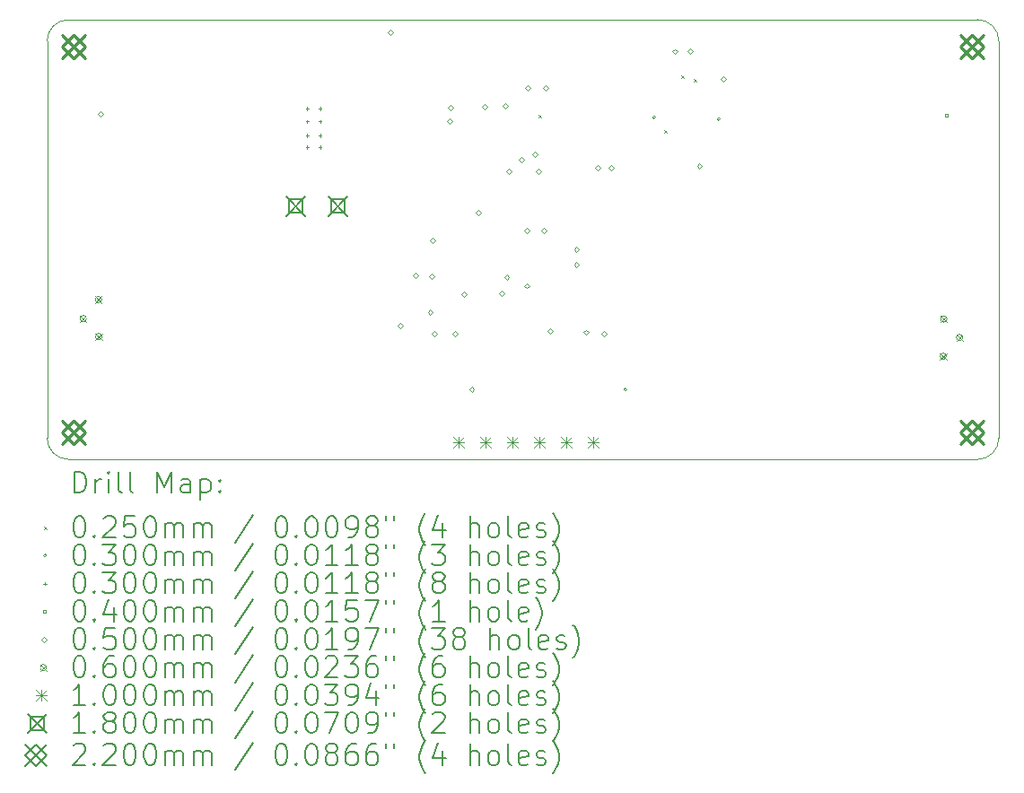
<source format=gbr>
%TF.GenerationSoftware,KiCad,Pcbnew,8.0.2*%
%TF.CreationDate,2024-05-01T20:18:54+08:00*%
%TF.ProjectId,bldcDriver,626c6463-4472-4697-9665-722e6b696361,rev?*%
%TF.SameCoordinates,Original*%
%TF.FileFunction,Drillmap*%
%TF.FilePolarity,Positive*%
%FSLAX45Y45*%
G04 Gerber Fmt 4.5, Leading zero omitted, Abs format (unit mm)*
G04 Created by KiCad (PCBNEW 8.0.2) date 2024-05-01 20:18:54*
%MOMM*%
%LPD*%
G01*
G04 APERTURE LIST*
%ADD10C,0.100000*%
%ADD11C,0.200000*%
%ADD12C,0.180000*%
%ADD13C,0.220000*%
G04 APERTURE END LIST*
D10*
X3245500Y-7019000D02*
X3245500Y-3269000D01*
X3445500Y-7219000D02*
G75*
G02*
X3245500Y-7019000I0J200000D01*
G01*
X12023584Y-7219000D02*
X11935500Y-7219000D01*
X12023584Y-3069000D02*
G75*
G02*
X12223580Y-3269000I-4J-200000D01*
G01*
X12223584Y-3269000D02*
X12223584Y-7019000D01*
X3445500Y-3069000D02*
X11935500Y-3069000D01*
X12223584Y-7019000D02*
G75*
G02*
X12023584Y-7219004I-200004J0D01*
G01*
X3245500Y-3269000D02*
G75*
G02*
X3445500Y-3069000I200000J0D01*
G01*
X11935500Y-7219000D02*
X3445500Y-7219000D01*
X11935500Y-3069000D02*
X12023584Y-3069000D01*
D11*
D10*
X7878841Y-3964363D02*
X7903841Y-3989363D01*
X7903841Y-3964363D02*
X7878841Y-3989363D01*
X9067500Y-4115000D02*
X9092500Y-4140000D01*
X9092500Y-4115000D02*
X9067500Y-4140000D01*
X9227500Y-3597500D02*
X9252500Y-3622500D01*
X9252500Y-3597500D02*
X9227500Y-3622500D01*
X9345000Y-3627500D02*
X9370000Y-3652500D01*
X9370000Y-3627500D02*
X9345000Y-3652500D01*
X8715000Y-6560000D02*
G75*
G02*
X8685000Y-6560000I-15000J0D01*
G01*
X8685000Y-6560000D02*
G75*
G02*
X8715000Y-6560000I15000J0D01*
G01*
X8985000Y-3990000D02*
G75*
G02*
X8955000Y-3990000I-15000J0D01*
G01*
X8955000Y-3990000D02*
G75*
G02*
X8985000Y-3990000I15000J0D01*
G01*
X9595000Y-4007500D02*
G75*
G02*
X9565000Y-4007500I-15000J0D01*
G01*
X9565000Y-4007500D02*
G75*
G02*
X9595000Y-4007500I15000J0D01*
G01*
X5699000Y-3895000D02*
X5699000Y-3925000D01*
X5684000Y-3910000D02*
X5714000Y-3910000D01*
X5699000Y-4015000D02*
X5699000Y-4045000D01*
X5684000Y-4030000D02*
X5714000Y-4030000D01*
X5699000Y-4145000D02*
X5699000Y-4175000D01*
X5684000Y-4160000D02*
X5714000Y-4160000D01*
X5699000Y-4255000D02*
X5699000Y-4285000D01*
X5684000Y-4270000D02*
X5714000Y-4270000D01*
X5819000Y-3895000D02*
X5819000Y-3925000D01*
X5804000Y-3910000D02*
X5834000Y-3910000D01*
X5819000Y-4015000D02*
X5819000Y-4045000D01*
X5804000Y-4030000D02*
X5834000Y-4030000D01*
X5819000Y-4145000D02*
X5819000Y-4175000D01*
X5804000Y-4160000D02*
X5834000Y-4160000D01*
X5819000Y-4255000D02*
X5819000Y-4285000D01*
X5804000Y-4270000D02*
X5834000Y-4270000D01*
X11744142Y-3984142D02*
X11744142Y-3955858D01*
X11715858Y-3955858D01*
X11715858Y-3984142D01*
X11744142Y-3984142D01*
X3750000Y-3985000D02*
X3775000Y-3960000D01*
X3750000Y-3935000D01*
X3725000Y-3960000D01*
X3750000Y-3985000D01*
X6480000Y-3215000D02*
X6505000Y-3190000D01*
X6480000Y-3165000D01*
X6455000Y-3190000D01*
X6480000Y-3215000D01*
X6580000Y-5985000D02*
X6605000Y-5960000D01*
X6580000Y-5935000D01*
X6555000Y-5960000D01*
X6580000Y-5985000D01*
X6720000Y-5505000D02*
X6745000Y-5480000D01*
X6720000Y-5455000D01*
X6695000Y-5480000D01*
X6720000Y-5505000D01*
X6860000Y-5855000D02*
X6885000Y-5830000D01*
X6860000Y-5805000D01*
X6835000Y-5830000D01*
X6860000Y-5855000D01*
X6870000Y-5515000D02*
X6895000Y-5490000D01*
X6870000Y-5465000D01*
X6845000Y-5490000D01*
X6870000Y-5515000D01*
X6880000Y-5175000D02*
X6905000Y-5150000D01*
X6880000Y-5125000D01*
X6855000Y-5150000D01*
X6880000Y-5175000D01*
X6900000Y-6055000D02*
X6925000Y-6030000D01*
X6900000Y-6005000D01*
X6875000Y-6030000D01*
X6900000Y-6055000D01*
X7040000Y-4055000D02*
X7065000Y-4030000D01*
X7040000Y-4005000D01*
X7015000Y-4030000D01*
X7040000Y-4055000D01*
X7050000Y-3925000D02*
X7075000Y-3900000D01*
X7050000Y-3875000D01*
X7025000Y-3900000D01*
X7050000Y-3925000D01*
X7090000Y-6055000D02*
X7115000Y-6030000D01*
X7090000Y-6005000D01*
X7065000Y-6030000D01*
X7090000Y-6055000D01*
X7180000Y-5685000D02*
X7205000Y-5660000D01*
X7180000Y-5635000D01*
X7155000Y-5660000D01*
X7180000Y-5685000D01*
X7250000Y-6585000D02*
X7275000Y-6560000D01*
X7250000Y-6535000D01*
X7225000Y-6560000D01*
X7250000Y-6585000D01*
X7310000Y-4915000D02*
X7335000Y-4890000D01*
X7310000Y-4865000D01*
X7285000Y-4890000D01*
X7310000Y-4915000D01*
X7370000Y-3915000D02*
X7395000Y-3890000D01*
X7370000Y-3865000D01*
X7345000Y-3890000D01*
X7370000Y-3915000D01*
X7530000Y-5675000D02*
X7555000Y-5650000D01*
X7530000Y-5625000D01*
X7505000Y-5650000D01*
X7530000Y-5675000D01*
X7570000Y-3905000D02*
X7595000Y-3880000D01*
X7570000Y-3855000D01*
X7545000Y-3880000D01*
X7570000Y-3905000D01*
X7580000Y-5525000D02*
X7605000Y-5500000D01*
X7580000Y-5475000D01*
X7555000Y-5500000D01*
X7580000Y-5525000D01*
X7600000Y-4525000D02*
X7625000Y-4500000D01*
X7600000Y-4475000D01*
X7575000Y-4500000D01*
X7600000Y-4525000D01*
X7720000Y-4415000D02*
X7745000Y-4390000D01*
X7720000Y-4365000D01*
X7695000Y-4390000D01*
X7720000Y-4415000D01*
X7770000Y-5085000D02*
X7795000Y-5060000D01*
X7770000Y-5035000D01*
X7745000Y-5060000D01*
X7770000Y-5085000D01*
X7770000Y-5605000D02*
X7795000Y-5580000D01*
X7770000Y-5555000D01*
X7745000Y-5580000D01*
X7770000Y-5605000D01*
X7780000Y-3735000D02*
X7805000Y-3710000D01*
X7780000Y-3685000D01*
X7755000Y-3710000D01*
X7780000Y-3735000D01*
X7850000Y-4365000D02*
X7875000Y-4340000D01*
X7850000Y-4315000D01*
X7825000Y-4340000D01*
X7850000Y-4365000D01*
X7880000Y-4525000D02*
X7905000Y-4500000D01*
X7880000Y-4475000D01*
X7855000Y-4500000D01*
X7880000Y-4525000D01*
X7930000Y-5085000D02*
X7955000Y-5060000D01*
X7930000Y-5035000D01*
X7905000Y-5060000D01*
X7930000Y-5085000D01*
X7950000Y-3735000D02*
X7975000Y-3710000D01*
X7950000Y-3685000D01*
X7925000Y-3710000D01*
X7950000Y-3735000D01*
X7990000Y-6035000D02*
X8015000Y-6010000D01*
X7990000Y-5985000D01*
X7965000Y-6010000D01*
X7990000Y-6035000D01*
X8240000Y-5265000D02*
X8265000Y-5240000D01*
X8240000Y-5215000D01*
X8215000Y-5240000D01*
X8240000Y-5265000D01*
X8240000Y-5405000D02*
X8265000Y-5380000D01*
X8240000Y-5355000D01*
X8215000Y-5380000D01*
X8240000Y-5405000D01*
X8330000Y-6045000D02*
X8355000Y-6020000D01*
X8330000Y-5995000D01*
X8305000Y-6020000D01*
X8330000Y-6045000D01*
X8436250Y-4495000D02*
X8461250Y-4470000D01*
X8436250Y-4445000D01*
X8411250Y-4470000D01*
X8436250Y-4495000D01*
X8500000Y-6055000D02*
X8525000Y-6030000D01*
X8500000Y-6005000D01*
X8475000Y-6030000D01*
X8500000Y-6055000D01*
X8570000Y-4495000D02*
X8595000Y-4470000D01*
X8570000Y-4445000D01*
X8545000Y-4470000D01*
X8570000Y-4495000D01*
X9170000Y-3395000D02*
X9195000Y-3370000D01*
X9170000Y-3345000D01*
X9145000Y-3370000D01*
X9170000Y-3395000D01*
X9310000Y-3388750D02*
X9335000Y-3363750D01*
X9310000Y-3338750D01*
X9285000Y-3363750D01*
X9310000Y-3388750D01*
X9400000Y-4475000D02*
X9425000Y-4450000D01*
X9400000Y-4425000D01*
X9375000Y-4450000D01*
X9400000Y-4475000D01*
X9621250Y-3653750D02*
X9646250Y-3628750D01*
X9621250Y-3603750D01*
X9596250Y-3628750D01*
X9621250Y-3653750D01*
X3556000Y-5861000D02*
X3616000Y-5921000D01*
X3616000Y-5861000D02*
X3556000Y-5921000D01*
X3616000Y-5891000D02*
G75*
G02*
X3556000Y-5891000I-30000J0D01*
G01*
X3556000Y-5891000D02*
G75*
G02*
X3616000Y-5891000I30000J0D01*
G01*
X3700000Y-5681000D02*
X3760000Y-5741000D01*
X3760000Y-5681000D02*
X3700000Y-5741000D01*
X3760000Y-5711000D02*
G75*
G02*
X3700000Y-5711000I-30000J0D01*
G01*
X3700000Y-5711000D02*
G75*
G02*
X3760000Y-5711000I30000J0D01*
G01*
X3702000Y-6031000D02*
X3762000Y-6091000D01*
X3762000Y-6031000D02*
X3702000Y-6091000D01*
X3762000Y-6061000D02*
G75*
G02*
X3702000Y-6061000I-30000J0D01*
G01*
X3702000Y-6061000D02*
G75*
G02*
X3762000Y-6061000I30000J0D01*
G01*
X11669000Y-6215000D02*
X11729000Y-6275000D01*
X11729000Y-6215000D02*
X11669000Y-6275000D01*
X11729000Y-6245000D02*
G75*
G02*
X11669000Y-6245000I-30000J0D01*
G01*
X11669000Y-6245000D02*
G75*
G02*
X11729000Y-6245000I30000J0D01*
G01*
X11674000Y-5865000D02*
X11734000Y-5925000D01*
X11734000Y-5865000D02*
X11674000Y-5925000D01*
X11734000Y-5895000D02*
G75*
G02*
X11674000Y-5895000I-30000J0D01*
G01*
X11674000Y-5895000D02*
G75*
G02*
X11734000Y-5895000I30000J0D01*
G01*
X11822000Y-6039000D02*
X11882000Y-6099000D01*
X11882000Y-6039000D02*
X11822000Y-6099000D01*
X11882000Y-6069000D02*
G75*
G02*
X11822000Y-6069000I-30000J0D01*
G01*
X11822000Y-6069000D02*
G75*
G02*
X11882000Y-6069000I30000J0D01*
G01*
X7075000Y-7010000D02*
X7175000Y-7110000D01*
X7175000Y-7010000D02*
X7075000Y-7110000D01*
X7125000Y-7010000D02*
X7125000Y-7110000D01*
X7075000Y-7060000D02*
X7175000Y-7060000D01*
X7329000Y-7010000D02*
X7429000Y-7110000D01*
X7429000Y-7010000D02*
X7329000Y-7110000D01*
X7379000Y-7010000D02*
X7379000Y-7110000D01*
X7329000Y-7060000D02*
X7429000Y-7060000D01*
X7583000Y-7010000D02*
X7683000Y-7110000D01*
X7683000Y-7010000D02*
X7583000Y-7110000D01*
X7633000Y-7010000D02*
X7633000Y-7110000D01*
X7583000Y-7060000D02*
X7683000Y-7060000D01*
X7837000Y-7010000D02*
X7937000Y-7110000D01*
X7937000Y-7010000D02*
X7837000Y-7110000D01*
X7887000Y-7010000D02*
X7887000Y-7110000D01*
X7837000Y-7060000D02*
X7937000Y-7060000D01*
X8091000Y-7010000D02*
X8191000Y-7110000D01*
X8191000Y-7010000D02*
X8091000Y-7110000D01*
X8141000Y-7010000D02*
X8141000Y-7110000D01*
X8091000Y-7060000D02*
X8191000Y-7060000D01*
X8345000Y-7010000D02*
X8445000Y-7110000D01*
X8445000Y-7010000D02*
X8345000Y-7110000D01*
X8395000Y-7010000D02*
X8395000Y-7110000D01*
X8345000Y-7060000D02*
X8445000Y-7060000D01*
D12*
X5500000Y-4740000D02*
X5680000Y-4920000D01*
X5680000Y-4740000D02*
X5500000Y-4920000D01*
X5653640Y-4893640D02*
X5653640Y-4766360D01*
X5526360Y-4766360D01*
X5526360Y-4893640D01*
X5653640Y-4893640D01*
X5900000Y-4740000D02*
X6080000Y-4920000D01*
X6080000Y-4740000D02*
X5900000Y-4920000D01*
X6053640Y-4893640D02*
X6053640Y-4766360D01*
X5926360Y-4766360D01*
X5926360Y-4893640D01*
X6053640Y-4893640D01*
D13*
X3386000Y-3214000D02*
X3606000Y-3434000D01*
X3606000Y-3214000D02*
X3386000Y-3434000D01*
X3496000Y-3434000D02*
X3606000Y-3324000D01*
X3496000Y-3214000D01*
X3386000Y-3324000D01*
X3496000Y-3434000D01*
X3386000Y-6854000D02*
X3606000Y-7074000D01*
X3606000Y-6854000D02*
X3386000Y-7074000D01*
X3496000Y-7074000D02*
X3606000Y-6964000D01*
X3496000Y-6854000D01*
X3386000Y-6964000D01*
X3496000Y-7074000D01*
X11856000Y-3214000D02*
X12076000Y-3434000D01*
X12076000Y-3214000D02*
X11856000Y-3434000D01*
X11966000Y-3434000D02*
X12076000Y-3324000D01*
X11966000Y-3214000D01*
X11856000Y-3324000D01*
X11966000Y-3434000D01*
X11856000Y-6854000D02*
X12076000Y-7074000D01*
X12076000Y-6854000D02*
X11856000Y-7074000D01*
X11966000Y-7074000D02*
X12076000Y-6964000D01*
X11966000Y-6854000D01*
X11856000Y-6964000D01*
X11966000Y-7074000D01*
D11*
X3501277Y-7535484D02*
X3501277Y-7335484D01*
X3501277Y-7335484D02*
X3548896Y-7335484D01*
X3548896Y-7335484D02*
X3577467Y-7345008D01*
X3577467Y-7345008D02*
X3596515Y-7364055D01*
X3596515Y-7364055D02*
X3606038Y-7383103D01*
X3606038Y-7383103D02*
X3615562Y-7421198D01*
X3615562Y-7421198D02*
X3615562Y-7449769D01*
X3615562Y-7449769D02*
X3606038Y-7487865D01*
X3606038Y-7487865D02*
X3596515Y-7506912D01*
X3596515Y-7506912D02*
X3577467Y-7525960D01*
X3577467Y-7525960D02*
X3548896Y-7535484D01*
X3548896Y-7535484D02*
X3501277Y-7535484D01*
X3701277Y-7535484D02*
X3701277Y-7402150D01*
X3701277Y-7440246D02*
X3710800Y-7421198D01*
X3710800Y-7421198D02*
X3720324Y-7411674D01*
X3720324Y-7411674D02*
X3739372Y-7402150D01*
X3739372Y-7402150D02*
X3758419Y-7402150D01*
X3825086Y-7535484D02*
X3825086Y-7402150D01*
X3825086Y-7335484D02*
X3815562Y-7345008D01*
X3815562Y-7345008D02*
X3825086Y-7354531D01*
X3825086Y-7354531D02*
X3834610Y-7345008D01*
X3834610Y-7345008D02*
X3825086Y-7335484D01*
X3825086Y-7335484D02*
X3825086Y-7354531D01*
X3948896Y-7535484D02*
X3929848Y-7525960D01*
X3929848Y-7525960D02*
X3920324Y-7506912D01*
X3920324Y-7506912D02*
X3920324Y-7335484D01*
X4053657Y-7535484D02*
X4034610Y-7525960D01*
X4034610Y-7525960D02*
X4025086Y-7506912D01*
X4025086Y-7506912D02*
X4025086Y-7335484D01*
X4282229Y-7535484D02*
X4282229Y-7335484D01*
X4282229Y-7335484D02*
X4348896Y-7478341D01*
X4348896Y-7478341D02*
X4415562Y-7335484D01*
X4415562Y-7335484D02*
X4415562Y-7535484D01*
X4596515Y-7535484D02*
X4596515Y-7430722D01*
X4596515Y-7430722D02*
X4586991Y-7411674D01*
X4586991Y-7411674D02*
X4567943Y-7402150D01*
X4567943Y-7402150D02*
X4529848Y-7402150D01*
X4529848Y-7402150D02*
X4510800Y-7411674D01*
X4596515Y-7525960D02*
X4577467Y-7535484D01*
X4577467Y-7535484D02*
X4529848Y-7535484D01*
X4529848Y-7535484D02*
X4510800Y-7525960D01*
X4510800Y-7525960D02*
X4501277Y-7506912D01*
X4501277Y-7506912D02*
X4501277Y-7487865D01*
X4501277Y-7487865D02*
X4510800Y-7468817D01*
X4510800Y-7468817D02*
X4529848Y-7459293D01*
X4529848Y-7459293D02*
X4577467Y-7459293D01*
X4577467Y-7459293D02*
X4596515Y-7449769D01*
X4691753Y-7402150D02*
X4691753Y-7602150D01*
X4691753Y-7411674D02*
X4710800Y-7402150D01*
X4710800Y-7402150D02*
X4748896Y-7402150D01*
X4748896Y-7402150D02*
X4767943Y-7411674D01*
X4767943Y-7411674D02*
X4777467Y-7421198D01*
X4777467Y-7421198D02*
X4786991Y-7440246D01*
X4786991Y-7440246D02*
X4786991Y-7497388D01*
X4786991Y-7497388D02*
X4777467Y-7516436D01*
X4777467Y-7516436D02*
X4767943Y-7525960D01*
X4767943Y-7525960D02*
X4748896Y-7535484D01*
X4748896Y-7535484D02*
X4710800Y-7535484D01*
X4710800Y-7535484D02*
X4691753Y-7525960D01*
X4872705Y-7516436D02*
X4882229Y-7525960D01*
X4882229Y-7525960D02*
X4872705Y-7535484D01*
X4872705Y-7535484D02*
X4863181Y-7525960D01*
X4863181Y-7525960D02*
X4872705Y-7516436D01*
X4872705Y-7516436D02*
X4872705Y-7535484D01*
X4872705Y-7411674D02*
X4882229Y-7421198D01*
X4882229Y-7421198D02*
X4872705Y-7430722D01*
X4872705Y-7430722D02*
X4863181Y-7421198D01*
X4863181Y-7421198D02*
X4872705Y-7411674D01*
X4872705Y-7411674D02*
X4872705Y-7430722D01*
D10*
X3215500Y-7851500D02*
X3240500Y-7876500D01*
X3240500Y-7851500D02*
X3215500Y-7876500D01*
D11*
X3539372Y-7755484D02*
X3558419Y-7755484D01*
X3558419Y-7755484D02*
X3577467Y-7765008D01*
X3577467Y-7765008D02*
X3586991Y-7774531D01*
X3586991Y-7774531D02*
X3596515Y-7793579D01*
X3596515Y-7793579D02*
X3606038Y-7831674D01*
X3606038Y-7831674D02*
X3606038Y-7879293D01*
X3606038Y-7879293D02*
X3596515Y-7917388D01*
X3596515Y-7917388D02*
X3586991Y-7936436D01*
X3586991Y-7936436D02*
X3577467Y-7945960D01*
X3577467Y-7945960D02*
X3558419Y-7955484D01*
X3558419Y-7955484D02*
X3539372Y-7955484D01*
X3539372Y-7955484D02*
X3520324Y-7945960D01*
X3520324Y-7945960D02*
X3510800Y-7936436D01*
X3510800Y-7936436D02*
X3501277Y-7917388D01*
X3501277Y-7917388D02*
X3491753Y-7879293D01*
X3491753Y-7879293D02*
X3491753Y-7831674D01*
X3491753Y-7831674D02*
X3501277Y-7793579D01*
X3501277Y-7793579D02*
X3510800Y-7774531D01*
X3510800Y-7774531D02*
X3520324Y-7765008D01*
X3520324Y-7765008D02*
X3539372Y-7755484D01*
X3691753Y-7936436D02*
X3701277Y-7945960D01*
X3701277Y-7945960D02*
X3691753Y-7955484D01*
X3691753Y-7955484D02*
X3682229Y-7945960D01*
X3682229Y-7945960D02*
X3691753Y-7936436D01*
X3691753Y-7936436D02*
X3691753Y-7955484D01*
X3777467Y-7774531D02*
X3786991Y-7765008D01*
X3786991Y-7765008D02*
X3806038Y-7755484D01*
X3806038Y-7755484D02*
X3853658Y-7755484D01*
X3853658Y-7755484D02*
X3872705Y-7765008D01*
X3872705Y-7765008D02*
X3882229Y-7774531D01*
X3882229Y-7774531D02*
X3891753Y-7793579D01*
X3891753Y-7793579D02*
X3891753Y-7812627D01*
X3891753Y-7812627D02*
X3882229Y-7841198D01*
X3882229Y-7841198D02*
X3767943Y-7955484D01*
X3767943Y-7955484D02*
X3891753Y-7955484D01*
X4072705Y-7755484D02*
X3977467Y-7755484D01*
X3977467Y-7755484D02*
X3967943Y-7850722D01*
X3967943Y-7850722D02*
X3977467Y-7841198D01*
X3977467Y-7841198D02*
X3996515Y-7831674D01*
X3996515Y-7831674D02*
X4044134Y-7831674D01*
X4044134Y-7831674D02*
X4063181Y-7841198D01*
X4063181Y-7841198D02*
X4072705Y-7850722D01*
X4072705Y-7850722D02*
X4082229Y-7869769D01*
X4082229Y-7869769D02*
X4082229Y-7917388D01*
X4082229Y-7917388D02*
X4072705Y-7936436D01*
X4072705Y-7936436D02*
X4063181Y-7945960D01*
X4063181Y-7945960D02*
X4044134Y-7955484D01*
X4044134Y-7955484D02*
X3996515Y-7955484D01*
X3996515Y-7955484D02*
X3977467Y-7945960D01*
X3977467Y-7945960D02*
X3967943Y-7936436D01*
X4206039Y-7755484D02*
X4225086Y-7755484D01*
X4225086Y-7755484D02*
X4244134Y-7765008D01*
X4244134Y-7765008D02*
X4253658Y-7774531D01*
X4253658Y-7774531D02*
X4263181Y-7793579D01*
X4263181Y-7793579D02*
X4272705Y-7831674D01*
X4272705Y-7831674D02*
X4272705Y-7879293D01*
X4272705Y-7879293D02*
X4263181Y-7917388D01*
X4263181Y-7917388D02*
X4253658Y-7936436D01*
X4253658Y-7936436D02*
X4244134Y-7945960D01*
X4244134Y-7945960D02*
X4225086Y-7955484D01*
X4225086Y-7955484D02*
X4206039Y-7955484D01*
X4206039Y-7955484D02*
X4186991Y-7945960D01*
X4186991Y-7945960D02*
X4177467Y-7936436D01*
X4177467Y-7936436D02*
X4167943Y-7917388D01*
X4167943Y-7917388D02*
X4158419Y-7879293D01*
X4158419Y-7879293D02*
X4158419Y-7831674D01*
X4158419Y-7831674D02*
X4167943Y-7793579D01*
X4167943Y-7793579D02*
X4177467Y-7774531D01*
X4177467Y-7774531D02*
X4186991Y-7765008D01*
X4186991Y-7765008D02*
X4206039Y-7755484D01*
X4358420Y-7955484D02*
X4358420Y-7822150D01*
X4358420Y-7841198D02*
X4367943Y-7831674D01*
X4367943Y-7831674D02*
X4386991Y-7822150D01*
X4386991Y-7822150D02*
X4415562Y-7822150D01*
X4415562Y-7822150D02*
X4434610Y-7831674D01*
X4434610Y-7831674D02*
X4444134Y-7850722D01*
X4444134Y-7850722D02*
X4444134Y-7955484D01*
X4444134Y-7850722D02*
X4453658Y-7831674D01*
X4453658Y-7831674D02*
X4472705Y-7822150D01*
X4472705Y-7822150D02*
X4501277Y-7822150D01*
X4501277Y-7822150D02*
X4520324Y-7831674D01*
X4520324Y-7831674D02*
X4529848Y-7850722D01*
X4529848Y-7850722D02*
X4529848Y-7955484D01*
X4625086Y-7955484D02*
X4625086Y-7822150D01*
X4625086Y-7841198D02*
X4634610Y-7831674D01*
X4634610Y-7831674D02*
X4653658Y-7822150D01*
X4653658Y-7822150D02*
X4682229Y-7822150D01*
X4682229Y-7822150D02*
X4701277Y-7831674D01*
X4701277Y-7831674D02*
X4710801Y-7850722D01*
X4710801Y-7850722D02*
X4710801Y-7955484D01*
X4710801Y-7850722D02*
X4720324Y-7831674D01*
X4720324Y-7831674D02*
X4739372Y-7822150D01*
X4739372Y-7822150D02*
X4767943Y-7822150D01*
X4767943Y-7822150D02*
X4786991Y-7831674D01*
X4786991Y-7831674D02*
X4796515Y-7850722D01*
X4796515Y-7850722D02*
X4796515Y-7955484D01*
X5186991Y-7745960D02*
X5015563Y-8003103D01*
X5444134Y-7755484D02*
X5463182Y-7755484D01*
X5463182Y-7755484D02*
X5482229Y-7765008D01*
X5482229Y-7765008D02*
X5491753Y-7774531D01*
X5491753Y-7774531D02*
X5501277Y-7793579D01*
X5501277Y-7793579D02*
X5510801Y-7831674D01*
X5510801Y-7831674D02*
X5510801Y-7879293D01*
X5510801Y-7879293D02*
X5501277Y-7917388D01*
X5501277Y-7917388D02*
X5491753Y-7936436D01*
X5491753Y-7936436D02*
X5482229Y-7945960D01*
X5482229Y-7945960D02*
X5463182Y-7955484D01*
X5463182Y-7955484D02*
X5444134Y-7955484D01*
X5444134Y-7955484D02*
X5425086Y-7945960D01*
X5425086Y-7945960D02*
X5415563Y-7936436D01*
X5415563Y-7936436D02*
X5406039Y-7917388D01*
X5406039Y-7917388D02*
X5396515Y-7879293D01*
X5396515Y-7879293D02*
X5396515Y-7831674D01*
X5396515Y-7831674D02*
X5406039Y-7793579D01*
X5406039Y-7793579D02*
X5415563Y-7774531D01*
X5415563Y-7774531D02*
X5425086Y-7765008D01*
X5425086Y-7765008D02*
X5444134Y-7755484D01*
X5596515Y-7936436D02*
X5606039Y-7945960D01*
X5606039Y-7945960D02*
X5596515Y-7955484D01*
X5596515Y-7955484D02*
X5586991Y-7945960D01*
X5586991Y-7945960D02*
X5596515Y-7936436D01*
X5596515Y-7936436D02*
X5596515Y-7955484D01*
X5729848Y-7755484D02*
X5748896Y-7755484D01*
X5748896Y-7755484D02*
X5767943Y-7765008D01*
X5767943Y-7765008D02*
X5777467Y-7774531D01*
X5777467Y-7774531D02*
X5786991Y-7793579D01*
X5786991Y-7793579D02*
X5796515Y-7831674D01*
X5796515Y-7831674D02*
X5796515Y-7879293D01*
X5796515Y-7879293D02*
X5786991Y-7917388D01*
X5786991Y-7917388D02*
X5777467Y-7936436D01*
X5777467Y-7936436D02*
X5767943Y-7945960D01*
X5767943Y-7945960D02*
X5748896Y-7955484D01*
X5748896Y-7955484D02*
X5729848Y-7955484D01*
X5729848Y-7955484D02*
X5710801Y-7945960D01*
X5710801Y-7945960D02*
X5701277Y-7936436D01*
X5701277Y-7936436D02*
X5691753Y-7917388D01*
X5691753Y-7917388D02*
X5682229Y-7879293D01*
X5682229Y-7879293D02*
X5682229Y-7831674D01*
X5682229Y-7831674D02*
X5691753Y-7793579D01*
X5691753Y-7793579D02*
X5701277Y-7774531D01*
X5701277Y-7774531D02*
X5710801Y-7765008D01*
X5710801Y-7765008D02*
X5729848Y-7755484D01*
X5920324Y-7755484D02*
X5939372Y-7755484D01*
X5939372Y-7755484D02*
X5958420Y-7765008D01*
X5958420Y-7765008D02*
X5967943Y-7774531D01*
X5967943Y-7774531D02*
X5977467Y-7793579D01*
X5977467Y-7793579D02*
X5986991Y-7831674D01*
X5986991Y-7831674D02*
X5986991Y-7879293D01*
X5986991Y-7879293D02*
X5977467Y-7917388D01*
X5977467Y-7917388D02*
X5967943Y-7936436D01*
X5967943Y-7936436D02*
X5958420Y-7945960D01*
X5958420Y-7945960D02*
X5939372Y-7955484D01*
X5939372Y-7955484D02*
X5920324Y-7955484D01*
X5920324Y-7955484D02*
X5901277Y-7945960D01*
X5901277Y-7945960D02*
X5891753Y-7936436D01*
X5891753Y-7936436D02*
X5882229Y-7917388D01*
X5882229Y-7917388D02*
X5872705Y-7879293D01*
X5872705Y-7879293D02*
X5872705Y-7831674D01*
X5872705Y-7831674D02*
X5882229Y-7793579D01*
X5882229Y-7793579D02*
X5891753Y-7774531D01*
X5891753Y-7774531D02*
X5901277Y-7765008D01*
X5901277Y-7765008D02*
X5920324Y-7755484D01*
X6082229Y-7955484D02*
X6120324Y-7955484D01*
X6120324Y-7955484D02*
X6139372Y-7945960D01*
X6139372Y-7945960D02*
X6148896Y-7936436D01*
X6148896Y-7936436D02*
X6167943Y-7907865D01*
X6167943Y-7907865D02*
X6177467Y-7869769D01*
X6177467Y-7869769D02*
X6177467Y-7793579D01*
X6177467Y-7793579D02*
X6167943Y-7774531D01*
X6167943Y-7774531D02*
X6158420Y-7765008D01*
X6158420Y-7765008D02*
X6139372Y-7755484D01*
X6139372Y-7755484D02*
X6101277Y-7755484D01*
X6101277Y-7755484D02*
X6082229Y-7765008D01*
X6082229Y-7765008D02*
X6072705Y-7774531D01*
X6072705Y-7774531D02*
X6063182Y-7793579D01*
X6063182Y-7793579D02*
X6063182Y-7841198D01*
X6063182Y-7841198D02*
X6072705Y-7860246D01*
X6072705Y-7860246D02*
X6082229Y-7869769D01*
X6082229Y-7869769D02*
X6101277Y-7879293D01*
X6101277Y-7879293D02*
X6139372Y-7879293D01*
X6139372Y-7879293D02*
X6158420Y-7869769D01*
X6158420Y-7869769D02*
X6167943Y-7860246D01*
X6167943Y-7860246D02*
X6177467Y-7841198D01*
X6291753Y-7841198D02*
X6272705Y-7831674D01*
X6272705Y-7831674D02*
X6263182Y-7822150D01*
X6263182Y-7822150D02*
X6253658Y-7803103D01*
X6253658Y-7803103D02*
X6253658Y-7793579D01*
X6253658Y-7793579D02*
X6263182Y-7774531D01*
X6263182Y-7774531D02*
X6272705Y-7765008D01*
X6272705Y-7765008D02*
X6291753Y-7755484D01*
X6291753Y-7755484D02*
X6329848Y-7755484D01*
X6329848Y-7755484D02*
X6348896Y-7765008D01*
X6348896Y-7765008D02*
X6358420Y-7774531D01*
X6358420Y-7774531D02*
X6367943Y-7793579D01*
X6367943Y-7793579D02*
X6367943Y-7803103D01*
X6367943Y-7803103D02*
X6358420Y-7822150D01*
X6358420Y-7822150D02*
X6348896Y-7831674D01*
X6348896Y-7831674D02*
X6329848Y-7841198D01*
X6329848Y-7841198D02*
X6291753Y-7841198D01*
X6291753Y-7841198D02*
X6272705Y-7850722D01*
X6272705Y-7850722D02*
X6263182Y-7860246D01*
X6263182Y-7860246D02*
X6253658Y-7879293D01*
X6253658Y-7879293D02*
X6253658Y-7917388D01*
X6253658Y-7917388D02*
X6263182Y-7936436D01*
X6263182Y-7936436D02*
X6272705Y-7945960D01*
X6272705Y-7945960D02*
X6291753Y-7955484D01*
X6291753Y-7955484D02*
X6329848Y-7955484D01*
X6329848Y-7955484D02*
X6348896Y-7945960D01*
X6348896Y-7945960D02*
X6358420Y-7936436D01*
X6358420Y-7936436D02*
X6367943Y-7917388D01*
X6367943Y-7917388D02*
X6367943Y-7879293D01*
X6367943Y-7879293D02*
X6358420Y-7860246D01*
X6358420Y-7860246D02*
X6348896Y-7850722D01*
X6348896Y-7850722D02*
X6329848Y-7841198D01*
X6444134Y-7755484D02*
X6444134Y-7793579D01*
X6520324Y-7755484D02*
X6520324Y-7793579D01*
X6815563Y-8031674D02*
X6806039Y-8022150D01*
X6806039Y-8022150D02*
X6786991Y-7993579D01*
X6786991Y-7993579D02*
X6777467Y-7974531D01*
X6777467Y-7974531D02*
X6767944Y-7945960D01*
X6767944Y-7945960D02*
X6758420Y-7898341D01*
X6758420Y-7898341D02*
X6758420Y-7860246D01*
X6758420Y-7860246D02*
X6767944Y-7812627D01*
X6767944Y-7812627D02*
X6777467Y-7784055D01*
X6777467Y-7784055D02*
X6786991Y-7765008D01*
X6786991Y-7765008D02*
X6806039Y-7736436D01*
X6806039Y-7736436D02*
X6815563Y-7726912D01*
X6977467Y-7822150D02*
X6977467Y-7955484D01*
X6929848Y-7745960D02*
X6882229Y-7888817D01*
X6882229Y-7888817D02*
X7006039Y-7888817D01*
X7234610Y-7955484D02*
X7234610Y-7755484D01*
X7320325Y-7955484D02*
X7320325Y-7850722D01*
X7320325Y-7850722D02*
X7310801Y-7831674D01*
X7310801Y-7831674D02*
X7291753Y-7822150D01*
X7291753Y-7822150D02*
X7263182Y-7822150D01*
X7263182Y-7822150D02*
X7244134Y-7831674D01*
X7244134Y-7831674D02*
X7234610Y-7841198D01*
X7444134Y-7955484D02*
X7425086Y-7945960D01*
X7425086Y-7945960D02*
X7415563Y-7936436D01*
X7415563Y-7936436D02*
X7406039Y-7917388D01*
X7406039Y-7917388D02*
X7406039Y-7860246D01*
X7406039Y-7860246D02*
X7415563Y-7841198D01*
X7415563Y-7841198D02*
X7425086Y-7831674D01*
X7425086Y-7831674D02*
X7444134Y-7822150D01*
X7444134Y-7822150D02*
X7472706Y-7822150D01*
X7472706Y-7822150D02*
X7491753Y-7831674D01*
X7491753Y-7831674D02*
X7501277Y-7841198D01*
X7501277Y-7841198D02*
X7510801Y-7860246D01*
X7510801Y-7860246D02*
X7510801Y-7917388D01*
X7510801Y-7917388D02*
X7501277Y-7936436D01*
X7501277Y-7936436D02*
X7491753Y-7945960D01*
X7491753Y-7945960D02*
X7472706Y-7955484D01*
X7472706Y-7955484D02*
X7444134Y-7955484D01*
X7625086Y-7955484D02*
X7606039Y-7945960D01*
X7606039Y-7945960D02*
X7596515Y-7926912D01*
X7596515Y-7926912D02*
X7596515Y-7755484D01*
X7777467Y-7945960D02*
X7758420Y-7955484D01*
X7758420Y-7955484D02*
X7720325Y-7955484D01*
X7720325Y-7955484D02*
X7701277Y-7945960D01*
X7701277Y-7945960D02*
X7691753Y-7926912D01*
X7691753Y-7926912D02*
X7691753Y-7850722D01*
X7691753Y-7850722D02*
X7701277Y-7831674D01*
X7701277Y-7831674D02*
X7720325Y-7822150D01*
X7720325Y-7822150D02*
X7758420Y-7822150D01*
X7758420Y-7822150D02*
X7777467Y-7831674D01*
X7777467Y-7831674D02*
X7786991Y-7850722D01*
X7786991Y-7850722D02*
X7786991Y-7869769D01*
X7786991Y-7869769D02*
X7691753Y-7888817D01*
X7863182Y-7945960D02*
X7882229Y-7955484D01*
X7882229Y-7955484D02*
X7920325Y-7955484D01*
X7920325Y-7955484D02*
X7939372Y-7945960D01*
X7939372Y-7945960D02*
X7948896Y-7926912D01*
X7948896Y-7926912D02*
X7948896Y-7917388D01*
X7948896Y-7917388D02*
X7939372Y-7898341D01*
X7939372Y-7898341D02*
X7920325Y-7888817D01*
X7920325Y-7888817D02*
X7891753Y-7888817D01*
X7891753Y-7888817D02*
X7872706Y-7879293D01*
X7872706Y-7879293D02*
X7863182Y-7860246D01*
X7863182Y-7860246D02*
X7863182Y-7850722D01*
X7863182Y-7850722D02*
X7872706Y-7831674D01*
X7872706Y-7831674D02*
X7891753Y-7822150D01*
X7891753Y-7822150D02*
X7920325Y-7822150D01*
X7920325Y-7822150D02*
X7939372Y-7831674D01*
X8015563Y-8031674D02*
X8025087Y-8022150D01*
X8025087Y-8022150D02*
X8044134Y-7993579D01*
X8044134Y-7993579D02*
X8053658Y-7974531D01*
X8053658Y-7974531D02*
X8063182Y-7945960D01*
X8063182Y-7945960D02*
X8072706Y-7898341D01*
X8072706Y-7898341D02*
X8072706Y-7860246D01*
X8072706Y-7860246D02*
X8063182Y-7812627D01*
X8063182Y-7812627D02*
X8053658Y-7784055D01*
X8053658Y-7784055D02*
X8044134Y-7765008D01*
X8044134Y-7765008D02*
X8025087Y-7736436D01*
X8025087Y-7736436D02*
X8015563Y-7726912D01*
D10*
X3240500Y-8128000D02*
G75*
G02*
X3210500Y-8128000I-15000J0D01*
G01*
X3210500Y-8128000D02*
G75*
G02*
X3240500Y-8128000I15000J0D01*
G01*
D11*
X3539372Y-8019484D02*
X3558419Y-8019484D01*
X3558419Y-8019484D02*
X3577467Y-8029008D01*
X3577467Y-8029008D02*
X3586991Y-8038531D01*
X3586991Y-8038531D02*
X3596515Y-8057579D01*
X3596515Y-8057579D02*
X3606038Y-8095674D01*
X3606038Y-8095674D02*
X3606038Y-8143293D01*
X3606038Y-8143293D02*
X3596515Y-8181388D01*
X3596515Y-8181388D02*
X3586991Y-8200436D01*
X3586991Y-8200436D02*
X3577467Y-8209960D01*
X3577467Y-8209960D02*
X3558419Y-8219484D01*
X3558419Y-8219484D02*
X3539372Y-8219484D01*
X3539372Y-8219484D02*
X3520324Y-8209960D01*
X3520324Y-8209960D02*
X3510800Y-8200436D01*
X3510800Y-8200436D02*
X3501277Y-8181388D01*
X3501277Y-8181388D02*
X3491753Y-8143293D01*
X3491753Y-8143293D02*
X3491753Y-8095674D01*
X3491753Y-8095674D02*
X3501277Y-8057579D01*
X3501277Y-8057579D02*
X3510800Y-8038531D01*
X3510800Y-8038531D02*
X3520324Y-8029008D01*
X3520324Y-8029008D02*
X3539372Y-8019484D01*
X3691753Y-8200436D02*
X3701277Y-8209960D01*
X3701277Y-8209960D02*
X3691753Y-8219484D01*
X3691753Y-8219484D02*
X3682229Y-8209960D01*
X3682229Y-8209960D02*
X3691753Y-8200436D01*
X3691753Y-8200436D02*
X3691753Y-8219484D01*
X3767943Y-8019484D02*
X3891753Y-8019484D01*
X3891753Y-8019484D02*
X3825086Y-8095674D01*
X3825086Y-8095674D02*
X3853658Y-8095674D01*
X3853658Y-8095674D02*
X3872705Y-8105198D01*
X3872705Y-8105198D02*
X3882229Y-8114722D01*
X3882229Y-8114722D02*
X3891753Y-8133769D01*
X3891753Y-8133769D02*
X3891753Y-8181388D01*
X3891753Y-8181388D02*
X3882229Y-8200436D01*
X3882229Y-8200436D02*
X3872705Y-8209960D01*
X3872705Y-8209960D02*
X3853658Y-8219484D01*
X3853658Y-8219484D02*
X3796515Y-8219484D01*
X3796515Y-8219484D02*
X3777467Y-8209960D01*
X3777467Y-8209960D02*
X3767943Y-8200436D01*
X4015562Y-8019484D02*
X4034610Y-8019484D01*
X4034610Y-8019484D02*
X4053658Y-8029008D01*
X4053658Y-8029008D02*
X4063181Y-8038531D01*
X4063181Y-8038531D02*
X4072705Y-8057579D01*
X4072705Y-8057579D02*
X4082229Y-8095674D01*
X4082229Y-8095674D02*
X4082229Y-8143293D01*
X4082229Y-8143293D02*
X4072705Y-8181388D01*
X4072705Y-8181388D02*
X4063181Y-8200436D01*
X4063181Y-8200436D02*
X4053658Y-8209960D01*
X4053658Y-8209960D02*
X4034610Y-8219484D01*
X4034610Y-8219484D02*
X4015562Y-8219484D01*
X4015562Y-8219484D02*
X3996515Y-8209960D01*
X3996515Y-8209960D02*
X3986991Y-8200436D01*
X3986991Y-8200436D02*
X3977467Y-8181388D01*
X3977467Y-8181388D02*
X3967943Y-8143293D01*
X3967943Y-8143293D02*
X3967943Y-8095674D01*
X3967943Y-8095674D02*
X3977467Y-8057579D01*
X3977467Y-8057579D02*
X3986991Y-8038531D01*
X3986991Y-8038531D02*
X3996515Y-8029008D01*
X3996515Y-8029008D02*
X4015562Y-8019484D01*
X4206039Y-8019484D02*
X4225086Y-8019484D01*
X4225086Y-8019484D02*
X4244134Y-8029008D01*
X4244134Y-8029008D02*
X4253658Y-8038531D01*
X4253658Y-8038531D02*
X4263181Y-8057579D01*
X4263181Y-8057579D02*
X4272705Y-8095674D01*
X4272705Y-8095674D02*
X4272705Y-8143293D01*
X4272705Y-8143293D02*
X4263181Y-8181388D01*
X4263181Y-8181388D02*
X4253658Y-8200436D01*
X4253658Y-8200436D02*
X4244134Y-8209960D01*
X4244134Y-8209960D02*
X4225086Y-8219484D01*
X4225086Y-8219484D02*
X4206039Y-8219484D01*
X4206039Y-8219484D02*
X4186991Y-8209960D01*
X4186991Y-8209960D02*
X4177467Y-8200436D01*
X4177467Y-8200436D02*
X4167943Y-8181388D01*
X4167943Y-8181388D02*
X4158419Y-8143293D01*
X4158419Y-8143293D02*
X4158419Y-8095674D01*
X4158419Y-8095674D02*
X4167943Y-8057579D01*
X4167943Y-8057579D02*
X4177467Y-8038531D01*
X4177467Y-8038531D02*
X4186991Y-8029008D01*
X4186991Y-8029008D02*
X4206039Y-8019484D01*
X4358420Y-8219484D02*
X4358420Y-8086150D01*
X4358420Y-8105198D02*
X4367943Y-8095674D01*
X4367943Y-8095674D02*
X4386991Y-8086150D01*
X4386991Y-8086150D02*
X4415562Y-8086150D01*
X4415562Y-8086150D02*
X4434610Y-8095674D01*
X4434610Y-8095674D02*
X4444134Y-8114722D01*
X4444134Y-8114722D02*
X4444134Y-8219484D01*
X4444134Y-8114722D02*
X4453658Y-8095674D01*
X4453658Y-8095674D02*
X4472705Y-8086150D01*
X4472705Y-8086150D02*
X4501277Y-8086150D01*
X4501277Y-8086150D02*
X4520324Y-8095674D01*
X4520324Y-8095674D02*
X4529848Y-8114722D01*
X4529848Y-8114722D02*
X4529848Y-8219484D01*
X4625086Y-8219484D02*
X4625086Y-8086150D01*
X4625086Y-8105198D02*
X4634610Y-8095674D01*
X4634610Y-8095674D02*
X4653658Y-8086150D01*
X4653658Y-8086150D02*
X4682229Y-8086150D01*
X4682229Y-8086150D02*
X4701277Y-8095674D01*
X4701277Y-8095674D02*
X4710801Y-8114722D01*
X4710801Y-8114722D02*
X4710801Y-8219484D01*
X4710801Y-8114722D02*
X4720324Y-8095674D01*
X4720324Y-8095674D02*
X4739372Y-8086150D01*
X4739372Y-8086150D02*
X4767943Y-8086150D01*
X4767943Y-8086150D02*
X4786991Y-8095674D01*
X4786991Y-8095674D02*
X4796515Y-8114722D01*
X4796515Y-8114722D02*
X4796515Y-8219484D01*
X5186991Y-8009960D02*
X5015563Y-8267103D01*
X5444134Y-8019484D02*
X5463182Y-8019484D01*
X5463182Y-8019484D02*
X5482229Y-8029008D01*
X5482229Y-8029008D02*
X5491753Y-8038531D01*
X5491753Y-8038531D02*
X5501277Y-8057579D01*
X5501277Y-8057579D02*
X5510801Y-8095674D01*
X5510801Y-8095674D02*
X5510801Y-8143293D01*
X5510801Y-8143293D02*
X5501277Y-8181388D01*
X5501277Y-8181388D02*
X5491753Y-8200436D01*
X5491753Y-8200436D02*
X5482229Y-8209960D01*
X5482229Y-8209960D02*
X5463182Y-8219484D01*
X5463182Y-8219484D02*
X5444134Y-8219484D01*
X5444134Y-8219484D02*
X5425086Y-8209960D01*
X5425086Y-8209960D02*
X5415563Y-8200436D01*
X5415563Y-8200436D02*
X5406039Y-8181388D01*
X5406039Y-8181388D02*
X5396515Y-8143293D01*
X5396515Y-8143293D02*
X5396515Y-8095674D01*
X5396515Y-8095674D02*
X5406039Y-8057579D01*
X5406039Y-8057579D02*
X5415563Y-8038531D01*
X5415563Y-8038531D02*
X5425086Y-8029008D01*
X5425086Y-8029008D02*
X5444134Y-8019484D01*
X5596515Y-8200436D02*
X5606039Y-8209960D01*
X5606039Y-8209960D02*
X5596515Y-8219484D01*
X5596515Y-8219484D02*
X5586991Y-8209960D01*
X5586991Y-8209960D02*
X5596515Y-8200436D01*
X5596515Y-8200436D02*
X5596515Y-8219484D01*
X5729848Y-8019484D02*
X5748896Y-8019484D01*
X5748896Y-8019484D02*
X5767943Y-8029008D01*
X5767943Y-8029008D02*
X5777467Y-8038531D01*
X5777467Y-8038531D02*
X5786991Y-8057579D01*
X5786991Y-8057579D02*
X5796515Y-8095674D01*
X5796515Y-8095674D02*
X5796515Y-8143293D01*
X5796515Y-8143293D02*
X5786991Y-8181388D01*
X5786991Y-8181388D02*
X5777467Y-8200436D01*
X5777467Y-8200436D02*
X5767943Y-8209960D01*
X5767943Y-8209960D02*
X5748896Y-8219484D01*
X5748896Y-8219484D02*
X5729848Y-8219484D01*
X5729848Y-8219484D02*
X5710801Y-8209960D01*
X5710801Y-8209960D02*
X5701277Y-8200436D01*
X5701277Y-8200436D02*
X5691753Y-8181388D01*
X5691753Y-8181388D02*
X5682229Y-8143293D01*
X5682229Y-8143293D02*
X5682229Y-8095674D01*
X5682229Y-8095674D02*
X5691753Y-8057579D01*
X5691753Y-8057579D02*
X5701277Y-8038531D01*
X5701277Y-8038531D02*
X5710801Y-8029008D01*
X5710801Y-8029008D02*
X5729848Y-8019484D01*
X5986991Y-8219484D02*
X5872705Y-8219484D01*
X5929848Y-8219484D02*
X5929848Y-8019484D01*
X5929848Y-8019484D02*
X5910801Y-8048055D01*
X5910801Y-8048055D02*
X5891753Y-8067103D01*
X5891753Y-8067103D02*
X5872705Y-8076627D01*
X6177467Y-8219484D02*
X6063182Y-8219484D01*
X6120324Y-8219484D02*
X6120324Y-8019484D01*
X6120324Y-8019484D02*
X6101277Y-8048055D01*
X6101277Y-8048055D02*
X6082229Y-8067103D01*
X6082229Y-8067103D02*
X6063182Y-8076627D01*
X6291753Y-8105198D02*
X6272705Y-8095674D01*
X6272705Y-8095674D02*
X6263182Y-8086150D01*
X6263182Y-8086150D02*
X6253658Y-8067103D01*
X6253658Y-8067103D02*
X6253658Y-8057579D01*
X6253658Y-8057579D02*
X6263182Y-8038531D01*
X6263182Y-8038531D02*
X6272705Y-8029008D01*
X6272705Y-8029008D02*
X6291753Y-8019484D01*
X6291753Y-8019484D02*
X6329848Y-8019484D01*
X6329848Y-8019484D02*
X6348896Y-8029008D01*
X6348896Y-8029008D02*
X6358420Y-8038531D01*
X6358420Y-8038531D02*
X6367943Y-8057579D01*
X6367943Y-8057579D02*
X6367943Y-8067103D01*
X6367943Y-8067103D02*
X6358420Y-8086150D01*
X6358420Y-8086150D02*
X6348896Y-8095674D01*
X6348896Y-8095674D02*
X6329848Y-8105198D01*
X6329848Y-8105198D02*
X6291753Y-8105198D01*
X6291753Y-8105198D02*
X6272705Y-8114722D01*
X6272705Y-8114722D02*
X6263182Y-8124246D01*
X6263182Y-8124246D02*
X6253658Y-8143293D01*
X6253658Y-8143293D02*
X6253658Y-8181388D01*
X6253658Y-8181388D02*
X6263182Y-8200436D01*
X6263182Y-8200436D02*
X6272705Y-8209960D01*
X6272705Y-8209960D02*
X6291753Y-8219484D01*
X6291753Y-8219484D02*
X6329848Y-8219484D01*
X6329848Y-8219484D02*
X6348896Y-8209960D01*
X6348896Y-8209960D02*
X6358420Y-8200436D01*
X6358420Y-8200436D02*
X6367943Y-8181388D01*
X6367943Y-8181388D02*
X6367943Y-8143293D01*
X6367943Y-8143293D02*
X6358420Y-8124246D01*
X6358420Y-8124246D02*
X6348896Y-8114722D01*
X6348896Y-8114722D02*
X6329848Y-8105198D01*
X6444134Y-8019484D02*
X6444134Y-8057579D01*
X6520324Y-8019484D02*
X6520324Y-8057579D01*
X6815563Y-8295674D02*
X6806039Y-8286150D01*
X6806039Y-8286150D02*
X6786991Y-8257579D01*
X6786991Y-8257579D02*
X6777467Y-8238531D01*
X6777467Y-8238531D02*
X6767944Y-8209960D01*
X6767944Y-8209960D02*
X6758420Y-8162341D01*
X6758420Y-8162341D02*
X6758420Y-8124246D01*
X6758420Y-8124246D02*
X6767944Y-8076627D01*
X6767944Y-8076627D02*
X6777467Y-8048055D01*
X6777467Y-8048055D02*
X6786991Y-8029008D01*
X6786991Y-8029008D02*
X6806039Y-8000436D01*
X6806039Y-8000436D02*
X6815563Y-7990912D01*
X6872705Y-8019484D02*
X6996515Y-8019484D01*
X6996515Y-8019484D02*
X6929848Y-8095674D01*
X6929848Y-8095674D02*
X6958420Y-8095674D01*
X6958420Y-8095674D02*
X6977467Y-8105198D01*
X6977467Y-8105198D02*
X6986991Y-8114722D01*
X6986991Y-8114722D02*
X6996515Y-8133769D01*
X6996515Y-8133769D02*
X6996515Y-8181388D01*
X6996515Y-8181388D02*
X6986991Y-8200436D01*
X6986991Y-8200436D02*
X6977467Y-8209960D01*
X6977467Y-8209960D02*
X6958420Y-8219484D01*
X6958420Y-8219484D02*
X6901277Y-8219484D01*
X6901277Y-8219484D02*
X6882229Y-8209960D01*
X6882229Y-8209960D02*
X6872705Y-8200436D01*
X7234610Y-8219484D02*
X7234610Y-8019484D01*
X7320325Y-8219484D02*
X7320325Y-8114722D01*
X7320325Y-8114722D02*
X7310801Y-8095674D01*
X7310801Y-8095674D02*
X7291753Y-8086150D01*
X7291753Y-8086150D02*
X7263182Y-8086150D01*
X7263182Y-8086150D02*
X7244134Y-8095674D01*
X7244134Y-8095674D02*
X7234610Y-8105198D01*
X7444134Y-8219484D02*
X7425086Y-8209960D01*
X7425086Y-8209960D02*
X7415563Y-8200436D01*
X7415563Y-8200436D02*
X7406039Y-8181388D01*
X7406039Y-8181388D02*
X7406039Y-8124246D01*
X7406039Y-8124246D02*
X7415563Y-8105198D01*
X7415563Y-8105198D02*
X7425086Y-8095674D01*
X7425086Y-8095674D02*
X7444134Y-8086150D01*
X7444134Y-8086150D02*
X7472706Y-8086150D01*
X7472706Y-8086150D02*
X7491753Y-8095674D01*
X7491753Y-8095674D02*
X7501277Y-8105198D01*
X7501277Y-8105198D02*
X7510801Y-8124246D01*
X7510801Y-8124246D02*
X7510801Y-8181388D01*
X7510801Y-8181388D02*
X7501277Y-8200436D01*
X7501277Y-8200436D02*
X7491753Y-8209960D01*
X7491753Y-8209960D02*
X7472706Y-8219484D01*
X7472706Y-8219484D02*
X7444134Y-8219484D01*
X7625086Y-8219484D02*
X7606039Y-8209960D01*
X7606039Y-8209960D02*
X7596515Y-8190912D01*
X7596515Y-8190912D02*
X7596515Y-8019484D01*
X7777467Y-8209960D02*
X7758420Y-8219484D01*
X7758420Y-8219484D02*
X7720325Y-8219484D01*
X7720325Y-8219484D02*
X7701277Y-8209960D01*
X7701277Y-8209960D02*
X7691753Y-8190912D01*
X7691753Y-8190912D02*
X7691753Y-8114722D01*
X7691753Y-8114722D02*
X7701277Y-8095674D01*
X7701277Y-8095674D02*
X7720325Y-8086150D01*
X7720325Y-8086150D02*
X7758420Y-8086150D01*
X7758420Y-8086150D02*
X7777467Y-8095674D01*
X7777467Y-8095674D02*
X7786991Y-8114722D01*
X7786991Y-8114722D02*
X7786991Y-8133769D01*
X7786991Y-8133769D02*
X7691753Y-8152817D01*
X7863182Y-8209960D02*
X7882229Y-8219484D01*
X7882229Y-8219484D02*
X7920325Y-8219484D01*
X7920325Y-8219484D02*
X7939372Y-8209960D01*
X7939372Y-8209960D02*
X7948896Y-8190912D01*
X7948896Y-8190912D02*
X7948896Y-8181388D01*
X7948896Y-8181388D02*
X7939372Y-8162341D01*
X7939372Y-8162341D02*
X7920325Y-8152817D01*
X7920325Y-8152817D02*
X7891753Y-8152817D01*
X7891753Y-8152817D02*
X7872706Y-8143293D01*
X7872706Y-8143293D02*
X7863182Y-8124246D01*
X7863182Y-8124246D02*
X7863182Y-8114722D01*
X7863182Y-8114722D02*
X7872706Y-8095674D01*
X7872706Y-8095674D02*
X7891753Y-8086150D01*
X7891753Y-8086150D02*
X7920325Y-8086150D01*
X7920325Y-8086150D02*
X7939372Y-8095674D01*
X8015563Y-8295674D02*
X8025087Y-8286150D01*
X8025087Y-8286150D02*
X8044134Y-8257579D01*
X8044134Y-8257579D02*
X8053658Y-8238531D01*
X8053658Y-8238531D02*
X8063182Y-8209960D01*
X8063182Y-8209960D02*
X8072706Y-8162341D01*
X8072706Y-8162341D02*
X8072706Y-8124246D01*
X8072706Y-8124246D02*
X8063182Y-8076627D01*
X8063182Y-8076627D02*
X8053658Y-8048055D01*
X8053658Y-8048055D02*
X8044134Y-8029008D01*
X8044134Y-8029008D02*
X8025087Y-8000436D01*
X8025087Y-8000436D02*
X8015563Y-7990912D01*
D10*
X3225500Y-8377000D02*
X3225500Y-8407000D01*
X3210500Y-8392000D02*
X3240500Y-8392000D01*
D11*
X3539372Y-8283484D02*
X3558419Y-8283484D01*
X3558419Y-8283484D02*
X3577467Y-8293008D01*
X3577467Y-8293008D02*
X3586991Y-8302531D01*
X3586991Y-8302531D02*
X3596515Y-8321579D01*
X3596515Y-8321579D02*
X3606038Y-8359674D01*
X3606038Y-8359674D02*
X3606038Y-8407293D01*
X3606038Y-8407293D02*
X3596515Y-8445389D01*
X3596515Y-8445389D02*
X3586991Y-8464436D01*
X3586991Y-8464436D02*
X3577467Y-8473960D01*
X3577467Y-8473960D02*
X3558419Y-8483484D01*
X3558419Y-8483484D02*
X3539372Y-8483484D01*
X3539372Y-8483484D02*
X3520324Y-8473960D01*
X3520324Y-8473960D02*
X3510800Y-8464436D01*
X3510800Y-8464436D02*
X3501277Y-8445389D01*
X3501277Y-8445389D02*
X3491753Y-8407293D01*
X3491753Y-8407293D02*
X3491753Y-8359674D01*
X3491753Y-8359674D02*
X3501277Y-8321579D01*
X3501277Y-8321579D02*
X3510800Y-8302531D01*
X3510800Y-8302531D02*
X3520324Y-8293008D01*
X3520324Y-8293008D02*
X3539372Y-8283484D01*
X3691753Y-8464436D02*
X3701277Y-8473960D01*
X3701277Y-8473960D02*
X3691753Y-8483484D01*
X3691753Y-8483484D02*
X3682229Y-8473960D01*
X3682229Y-8473960D02*
X3691753Y-8464436D01*
X3691753Y-8464436D02*
X3691753Y-8483484D01*
X3767943Y-8283484D02*
X3891753Y-8283484D01*
X3891753Y-8283484D02*
X3825086Y-8359674D01*
X3825086Y-8359674D02*
X3853658Y-8359674D01*
X3853658Y-8359674D02*
X3872705Y-8369198D01*
X3872705Y-8369198D02*
X3882229Y-8378722D01*
X3882229Y-8378722D02*
X3891753Y-8397770D01*
X3891753Y-8397770D02*
X3891753Y-8445389D01*
X3891753Y-8445389D02*
X3882229Y-8464436D01*
X3882229Y-8464436D02*
X3872705Y-8473960D01*
X3872705Y-8473960D02*
X3853658Y-8483484D01*
X3853658Y-8483484D02*
X3796515Y-8483484D01*
X3796515Y-8483484D02*
X3777467Y-8473960D01*
X3777467Y-8473960D02*
X3767943Y-8464436D01*
X4015562Y-8283484D02*
X4034610Y-8283484D01*
X4034610Y-8283484D02*
X4053658Y-8293008D01*
X4053658Y-8293008D02*
X4063181Y-8302531D01*
X4063181Y-8302531D02*
X4072705Y-8321579D01*
X4072705Y-8321579D02*
X4082229Y-8359674D01*
X4082229Y-8359674D02*
X4082229Y-8407293D01*
X4082229Y-8407293D02*
X4072705Y-8445389D01*
X4072705Y-8445389D02*
X4063181Y-8464436D01*
X4063181Y-8464436D02*
X4053658Y-8473960D01*
X4053658Y-8473960D02*
X4034610Y-8483484D01*
X4034610Y-8483484D02*
X4015562Y-8483484D01*
X4015562Y-8483484D02*
X3996515Y-8473960D01*
X3996515Y-8473960D02*
X3986991Y-8464436D01*
X3986991Y-8464436D02*
X3977467Y-8445389D01*
X3977467Y-8445389D02*
X3967943Y-8407293D01*
X3967943Y-8407293D02*
X3967943Y-8359674D01*
X3967943Y-8359674D02*
X3977467Y-8321579D01*
X3977467Y-8321579D02*
X3986991Y-8302531D01*
X3986991Y-8302531D02*
X3996515Y-8293008D01*
X3996515Y-8293008D02*
X4015562Y-8283484D01*
X4206039Y-8283484D02*
X4225086Y-8283484D01*
X4225086Y-8283484D02*
X4244134Y-8293008D01*
X4244134Y-8293008D02*
X4253658Y-8302531D01*
X4253658Y-8302531D02*
X4263181Y-8321579D01*
X4263181Y-8321579D02*
X4272705Y-8359674D01*
X4272705Y-8359674D02*
X4272705Y-8407293D01*
X4272705Y-8407293D02*
X4263181Y-8445389D01*
X4263181Y-8445389D02*
X4253658Y-8464436D01*
X4253658Y-8464436D02*
X4244134Y-8473960D01*
X4244134Y-8473960D02*
X4225086Y-8483484D01*
X4225086Y-8483484D02*
X4206039Y-8483484D01*
X4206039Y-8483484D02*
X4186991Y-8473960D01*
X4186991Y-8473960D02*
X4177467Y-8464436D01*
X4177467Y-8464436D02*
X4167943Y-8445389D01*
X4167943Y-8445389D02*
X4158419Y-8407293D01*
X4158419Y-8407293D02*
X4158419Y-8359674D01*
X4158419Y-8359674D02*
X4167943Y-8321579D01*
X4167943Y-8321579D02*
X4177467Y-8302531D01*
X4177467Y-8302531D02*
X4186991Y-8293008D01*
X4186991Y-8293008D02*
X4206039Y-8283484D01*
X4358420Y-8483484D02*
X4358420Y-8350150D01*
X4358420Y-8369198D02*
X4367943Y-8359674D01*
X4367943Y-8359674D02*
X4386991Y-8350150D01*
X4386991Y-8350150D02*
X4415562Y-8350150D01*
X4415562Y-8350150D02*
X4434610Y-8359674D01*
X4434610Y-8359674D02*
X4444134Y-8378722D01*
X4444134Y-8378722D02*
X4444134Y-8483484D01*
X4444134Y-8378722D02*
X4453658Y-8359674D01*
X4453658Y-8359674D02*
X4472705Y-8350150D01*
X4472705Y-8350150D02*
X4501277Y-8350150D01*
X4501277Y-8350150D02*
X4520324Y-8359674D01*
X4520324Y-8359674D02*
X4529848Y-8378722D01*
X4529848Y-8378722D02*
X4529848Y-8483484D01*
X4625086Y-8483484D02*
X4625086Y-8350150D01*
X4625086Y-8369198D02*
X4634610Y-8359674D01*
X4634610Y-8359674D02*
X4653658Y-8350150D01*
X4653658Y-8350150D02*
X4682229Y-8350150D01*
X4682229Y-8350150D02*
X4701277Y-8359674D01*
X4701277Y-8359674D02*
X4710801Y-8378722D01*
X4710801Y-8378722D02*
X4710801Y-8483484D01*
X4710801Y-8378722D02*
X4720324Y-8359674D01*
X4720324Y-8359674D02*
X4739372Y-8350150D01*
X4739372Y-8350150D02*
X4767943Y-8350150D01*
X4767943Y-8350150D02*
X4786991Y-8359674D01*
X4786991Y-8359674D02*
X4796515Y-8378722D01*
X4796515Y-8378722D02*
X4796515Y-8483484D01*
X5186991Y-8273960D02*
X5015563Y-8531103D01*
X5444134Y-8283484D02*
X5463182Y-8283484D01*
X5463182Y-8283484D02*
X5482229Y-8293008D01*
X5482229Y-8293008D02*
X5491753Y-8302531D01*
X5491753Y-8302531D02*
X5501277Y-8321579D01*
X5501277Y-8321579D02*
X5510801Y-8359674D01*
X5510801Y-8359674D02*
X5510801Y-8407293D01*
X5510801Y-8407293D02*
X5501277Y-8445389D01*
X5501277Y-8445389D02*
X5491753Y-8464436D01*
X5491753Y-8464436D02*
X5482229Y-8473960D01*
X5482229Y-8473960D02*
X5463182Y-8483484D01*
X5463182Y-8483484D02*
X5444134Y-8483484D01*
X5444134Y-8483484D02*
X5425086Y-8473960D01*
X5425086Y-8473960D02*
X5415563Y-8464436D01*
X5415563Y-8464436D02*
X5406039Y-8445389D01*
X5406039Y-8445389D02*
X5396515Y-8407293D01*
X5396515Y-8407293D02*
X5396515Y-8359674D01*
X5396515Y-8359674D02*
X5406039Y-8321579D01*
X5406039Y-8321579D02*
X5415563Y-8302531D01*
X5415563Y-8302531D02*
X5425086Y-8293008D01*
X5425086Y-8293008D02*
X5444134Y-8283484D01*
X5596515Y-8464436D02*
X5606039Y-8473960D01*
X5606039Y-8473960D02*
X5596515Y-8483484D01*
X5596515Y-8483484D02*
X5586991Y-8473960D01*
X5586991Y-8473960D02*
X5596515Y-8464436D01*
X5596515Y-8464436D02*
X5596515Y-8483484D01*
X5729848Y-8283484D02*
X5748896Y-8283484D01*
X5748896Y-8283484D02*
X5767943Y-8293008D01*
X5767943Y-8293008D02*
X5777467Y-8302531D01*
X5777467Y-8302531D02*
X5786991Y-8321579D01*
X5786991Y-8321579D02*
X5796515Y-8359674D01*
X5796515Y-8359674D02*
X5796515Y-8407293D01*
X5796515Y-8407293D02*
X5786991Y-8445389D01*
X5786991Y-8445389D02*
X5777467Y-8464436D01*
X5777467Y-8464436D02*
X5767943Y-8473960D01*
X5767943Y-8473960D02*
X5748896Y-8483484D01*
X5748896Y-8483484D02*
X5729848Y-8483484D01*
X5729848Y-8483484D02*
X5710801Y-8473960D01*
X5710801Y-8473960D02*
X5701277Y-8464436D01*
X5701277Y-8464436D02*
X5691753Y-8445389D01*
X5691753Y-8445389D02*
X5682229Y-8407293D01*
X5682229Y-8407293D02*
X5682229Y-8359674D01*
X5682229Y-8359674D02*
X5691753Y-8321579D01*
X5691753Y-8321579D02*
X5701277Y-8302531D01*
X5701277Y-8302531D02*
X5710801Y-8293008D01*
X5710801Y-8293008D02*
X5729848Y-8283484D01*
X5986991Y-8483484D02*
X5872705Y-8483484D01*
X5929848Y-8483484D02*
X5929848Y-8283484D01*
X5929848Y-8283484D02*
X5910801Y-8312055D01*
X5910801Y-8312055D02*
X5891753Y-8331103D01*
X5891753Y-8331103D02*
X5872705Y-8340627D01*
X6177467Y-8483484D02*
X6063182Y-8483484D01*
X6120324Y-8483484D02*
X6120324Y-8283484D01*
X6120324Y-8283484D02*
X6101277Y-8312055D01*
X6101277Y-8312055D02*
X6082229Y-8331103D01*
X6082229Y-8331103D02*
X6063182Y-8340627D01*
X6291753Y-8369198D02*
X6272705Y-8359674D01*
X6272705Y-8359674D02*
X6263182Y-8350150D01*
X6263182Y-8350150D02*
X6253658Y-8331103D01*
X6253658Y-8331103D02*
X6253658Y-8321579D01*
X6253658Y-8321579D02*
X6263182Y-8302531D01*
X6263182Y-8302531D02*
X6272705Y-8293008D01*
X6272705Y-8293008D02*
X6291753Y-8283484D01*
X6291753Y-8283484D02*
X6329848Y-8283484D01*
X6329848Y-8283484D02*
X6348896Y-8293008D01*
X6348896Y-8293008D02*
X6358420Y-8302531D01*
X6358420Y-8302531D02*
X6367943Y-8321579D01*
X6367943Y-8321579D02*
X6367943Y-8331103D01*
X6367943Y-8331103D02*
X6358420Y-8350150D01*
X6358420Y-8350150D02*
X6348896Y-8359674D01*
X6348896Y-8359674D02*
X6329848Y-8369198D01*
X6329848Y-8369198D02*
X6291753Y-8369198D01*
X6291753Y-8369198D02*
X6272705Y-8378722D01*
X6272705Y-8378722D02*
X6263182Y-8388246D01*
X6263182Y-8388246D02*
X6253658Y-8407293D01*
X6253658Y-8407293D02*
X6253658Y-8445389D01*
X6253658Y-8445389D02*
X6263182Y-8464436D01*
X6263182Y-8464436D02*
X6272705Y-8473960D01*
X6272705Y-8473960D02*
X6291753Y-8483484D01*
X6291753Y-8483484D02*
X6329848Y-8483484D01*
X6329848Y-8483484D02*
X6348896Y-8473960D01*
X6348896Y-8473960D02*
X6358420Y-8464436D01*
X6358420Y-8464436D02*
X6367943Y-8445389D01*
X6367943Y-8445389D02*
X6367943Y-8407293D01*
X6367943Y-8407293D02*
X6358420Y-8388246D01*
X6358420Y-8388246D02*
X6348896Y-8378722D01*
X6348896Y-8378722D02*
X6329848Y-8369198D01*
X6444134Y-8283484D02*
X6444134Y-8321579D01*
X6520324Y-8283484D02*
X6520324Y-8321579D01*
X6815563Y-8559674D02*
X6806039Y-8550150D01*
X6806039Y-8550150D02*
X6786991Y-8521579D01*
X6786991Y-8521579D02*
X6777467Y-8502531D01*
X6777467Y-8502531D02*
X6767944Y-8473960D01*
X6767944Y-8473960D02*
X6758420Y-8426341D01*
X6758420Y-8426341D02*
X6758420Y-8388246D01*
X6758420Y-8388246D02*
X6767944Y-8340627D01*
X6767944Y-8340627D02*
X6777467Y-8312055D01*
X6777467Y-8312055D02*
X6786991Y-8293008D01*
X6786991Y-8293008D02*
X6806039Y-8264436D01*
X6806039Y-8264436D02*
X6815563Y-8254912D01*
X6920324Y-8369198D02*
X6901277Y-8359674D01*
X6901277Y-8359674D02*
X6891753Y-8350150D01*
X6891753Y-8350150D02*
X6882229Y-8331103D01*
X6882229Y-8331103D02*
X6882229Y-8321579D01*
X6882229Y-8321579D02*
X6891753Y-8302531D01*
X6891753Y-8302531D02*
X6901277Y-8293008D01*
X6901277Y-8293008D02*
X6920324Y-8283484D01*
X6920324Y-8283484D02*
X6958420Y-8283484D01*
X6958420Y-8283484D02*
X6977467Y-8293008D01*
X6977467Y-8293008D02*
X6986991Y-8302531D01*
X6986991Y-8302531D02*
X6996515Y-8321579D01*
X6996515Y-8321579D02*
X6996515Y-8331103D01*
X6996515Y-8331103D02*
X6986991Y-8350150D01*
X6986991Y-8350150D02*
X6977467Y-8359674D01*
X6977467Y-8359674D02*
X6958420Y-8369198D01*
X6958420Y-8369198D02*
X6920324Y-8369198D01*
X6920324Y-8369198D02*
X6901277Y-8378722D01*
X6901277Y-8378722D02*
X6891753Y-8388246D01*
X6891753Y-8388246D02*
X6882229Y-8407293D01*
X6882229Y-8407293D02*
X6882229Y-8445389D01*
X6882229Y-8445389D02*
X6891753Y-8464436D01*
X6891753Y-8464436D02*
X6901277Y-8473960D01*
X6901277Y-8473960D02*
X6920324Y-8483484D01*
X6920324Y-8483484D02*
X6958420Y-8483484D01*
X6958420Y-8483484D02*
X6977467Y-8473960D01*
X6977467Y-8473960D02*
X6986991Y-8464436D01*
X6986991Y-8464436D02*
X6996515Y-8445389D01*
X6996515Y-8445389D02*
X6996515Y-8407293D01*
X6996515Y-8407293D02*
X6986991Y-8388246D01*
X6986991Y-8388246D02*
X6977467Y-8378722D01*
X6977467Y-8378722D02*
X6958420Y-8369198D01*
X7234610Y-8483484D02*
X7234610Y-8283484D01*
X7320325Y-8483484D02*
X7320325Y-8378722D01*
X7320325Y-8378722D02*
X7310801Y-8359674D01*
X7310801Y-8359674D02*
X7291753Y-8350150D01*
X7291753Y-8350150D02*
X7263182Y-8350150D01*
X7263182Y-8350150D02*
X7244134Y-8359674D01*
X7244134Y-8359674D02*
X7234610Y-8369198D01*
X7444134Y-8483484D02*
X7425086Y-8473960D01*
X7425086Y-8473960D02*
X7415563Y-8464436D01*
X7415563Y-8464436D02*
X7406039Y-8445389D01*
X7406039Y-8445389D02*
X7406039Y-8388246D01*
X7406039Y-8388246D02*
X7415563Y-8369198D01*
X7415563Y-8369198D02*
X7425086Y-8359674D01*
X7425086Y-8359674D02*
X7444134Y-8350150D01*
X7444134Y-8350150D02*
X7472706Y-8350150D01*
X7472706Y-8350150D02*
X7491753Y-8359674D01*
X7491753Y-8359674D02*
X7501277Y-8369198D01*
X7501277Y-8369198D02*
X7510801Y-8388246D01*
X7510801Y-8388246D02*
X7510801Y-8445389D01*
X7510801Y-8445389D02*
X7501277Y-8464436D01*
X7501277Y-8464436D02*
X7491753Y-8473960D01*
X7491753Y-8473960D02*
X7472706Y-8483484D01*
X7472706Y-8483484D02*
X7444134Y-8483484D01*
X7625086Y-8483484D02*
X7606039Y-8473960D01*
X7606039Y-8473960D02*
X7596515Y-8454912D01*
X7596515Y-8454912D02*
X7596515Y-8283484D01*
X7777467Y-8473960D02*
X7758420Y-8483484D01*
X7758420Y-8483484D02*
X7720325Y-8483484D01*
X7720325Y-8483484D02*
X7701277Y-8473960D01*
X7701277Y-8473960D02*
X7691753Y-8454912D01*
X7691753Y-8454912D02*
X7691753Y-8378722D01*
X7691753Y-8378722D02*
X7701277Y-8359674D01*
X7701277Y-8359674D02*
X7720325Y-8350150D01*
X7720325Y-8350150D02*
X7758420Y-8350150D01*
X7758420Y-8350150D02*
X7777467Y-8359674D01*
X7777467Y-8359674D02*
X7786991Y-8378722D01*
X7786991Y-8378722D02*
X7786991Y-8397770D01*
X7786991Y-8397770D02*
X7691753Y-8416817D01*
X7863182Y-8473960D02*
X7882229Y-8483484D01*
X7882229Y-8483484D02*
X7920325Y-8483484D01*
X7920325Y-8483484D02*
X7939372Y-8473960D01*
X7939372Y-8473960D02*
X7948896Y-8454912D01*
X7948896Y-8454912D02*
X7948896Y-8445389D01*
X7948896Y-8445389D02*
X7939372Y-8426341D01*
X7939372Y-8426341D02*
X7920325Y-8416817D01*
X7920325Y-8416817D02*
X7891753Y-8416817D01*
X7891753Y-8416817D02*
X7872706Y-8407293D01*
X7872706Y-8407293D02*
X7863182Y-8388246D01*
X7863182Y-8388246D02*
X7863182Y-8378722D01*
X7863182Y-8378722D02*
X7872706Y-8359674D01*
X7872706Y-8359674D02*
X7891753Y-8350150D01*
X7891753Y-8350150D02*
X7920325Y-8350150D01*
X7920325Y-8350150D02*
X7939372Y-8359674D01*
X8015563Y-8559674D02*
X8025087Y-8550150D01*
X8025087Y-8550150D02*
X8044134Y-8521579D01*
X8044134Y-8521579D02*
X8053658Y-8502531D01*
X8053658Y-8502531D02*
X8063182Y-8473960D01*
X8063182Y-8473960D02*
X8072706Y-8426341D01*
X8072706Y-8426341D02*
X8072706Y-8388246D01*
X8072706Y-8388246D02*
X8063182Y-8340627D01*
X8063182Y-8340627D02*
X8053658Y-8312055D01*
X8053658Y-8312055D02*
X8044134Y-8293008D01*
X8044134Y-8293008D02*
X8025087Y-8264436D01*
X8025087Y-8264436D02*
X8015563Y-8254912D01*
D10*
X3234642Y-8670142D02*
X3234642Y-8641858D01*
X3206357Y-8641858D01*
X3206357Y-8670142D01*
X3234642Y-8670142D01*
D11*
X3539372Y-8547484D02*
X3558419Y-8547484D01*
X3558419Y-8547484D02*
X3577467Y-8557008D01*
X3577467Y-8557008D02*
X3586991Y-8566531D01*
X3586991Y-8566531D02*
X3596515Y-8585579D01*
X3596515Y-8585579D02*
X3606038Y-8623674D01*
X3606038Y-8623674D02*
X3606038Y-8671293D01*
X3606038Y-8671293D02*
X3596515Y-8709389D01*
X3596515Y-8709389D02*
X3586991Y-8728436D01*
X3586991Y-8728436D02*
X3577467Y-8737960D01*
X3577467Y-8737960D02*
X3558419Y-8747484D01*
X3558419Y-8747484D02*
X3539372Y-8747484D01*
X3539372Y-8747484D02*
X3520324Y-8737960D01*
X3520324Y-8737960D02*
X3510800Y-8728436D01*
X3510800Y-8728436D02*
X3501277Y-8709389D01*
X3501277Y-8709389D02*
X3491753Y-8671293D01*
X3491753Y-8671293D02*
X3491753Y-8623674D01*
X3491753Y-8623674D02*
X3501277Y-8585579D01*
X3501277Y-8585579D02*
X3510800Y-8566531D01*
X3510800Y-8566531D02*
X3520324Y-8557008D01*
X3520324Y-8557008D02*
X3539372Y-8547484D01*
X3691753Y-8728436D02*
X3701277Y-8737960D01*
X3701277Y-8737960D02*
X3691753Y-8747484D01*
X3691753Y-8747484D02*
X3682229Y-8737960D01*
X3682229Y-8737960D02*
X3691753Y-8728436D01*
X3691753Y-8728436D02*
X3691753Y-8747484D01*
X3872705Y-8614150D02*
X3872705Y-8747484D01*
X3825086Y-8537960D02*
X3777467Y-8680817D01*
X3777467Y-8680817D02*
X3901277Y-8680817D01*
X4015562Y-8547484D02*
X4034610Y-8547484D01*
X4034610Y-8547484D02*
X4053658Y-8557008D01*
X4053658Y-8557008D02*
X4063181Y-8566531D01*
X4063181Y-8566531D02*
X4072705Y-8585579D01*
X4072705Y-8585579D02*
X4082229Y-8623674D01*
X4082229Y-8623674D02*
X4082229Y-8671293D01*
X4082229Y-8671293D02*
X4072705Y-8709389D01*
X4072705Y-8709389D02*
X4063181Y-8728436D01*
X4063181Y-8728436D02*
X4053658Y-8737960D01*
X4053658Y-8737960D02*
X4034610Y-8747484D01*
X4034610Y-8747484D02*
X4015562Y-8747484D01*
X4015562Y-8747484D02*
X3996515Y-8737960D01*
X3996515Y-8737960D02*
X3986991Y-8728436D01*
X3986991Y-8728436D02*
X3977467Y-8709389D01*
X3977467Y-8709389D02*
X3967943Y-8671293D01*
X3967943Y-8671293D02*
X3967943Y-8623674D01*
X3967943Y-8623674D02*
X3977467Y-8585579D01*
X3977467Y-8585579D02*
X3986991Y-8566531D01*
X3986991Y-8566531D02*
X3996515Y-8557008D01*
X3996515Y-8557008D02*
X4015562Y-8547484D01*
X4206039Y-8547484D02*
X4225086Y-8547484D01*
X4225086Y-8547484D02*
X4244134Y-8557008D01*
X4244134Y-8557008D02*
X4253658Y-8566531D01*
X4253658Y-8566531D02*
X4263181Y-8585579D01*
X4263181Y-8585579D02*
X4272705Y-8623674D01*
X4272705Y-8623674D02*
X4272705Y-8671293D01*
X4272705Y-8671293D02*
X4263181Y-8709389D01*
X4263181Y-8709389D02*
X4253658Y-8728436D01*
X4253658Y-8728436D02*
X4244134Y-8737960D01*
X4244134Y-8737960D02*
X4225086Y-8747484D01*
X4225086Y-8747484D02*
X4206039Y-8747484D01*
X4206039Y-8747484D02*
X4186991Y-8737960D01*
X4186991Y-8737960D02*
X4177467Y-8728436D01*
X4177467Y-8728436D02*
X4167943Y-8709389D01*
X4167943Y-8709389D02*
X4158419Y-8671293D01*
X4158419Y-8671293D02*
X4158419Y-8623674D01*
X4158419Y-8623674D02*
X4167943Y-8585579D01*
X4167943Y-8585579D02*
X4177467Y-8566531D01*
X4177467Y-8566531D02*
X4186991Y-8557008D01*
X4186991Y-8557008D02*
X4206039Y-8547484D01*
X4358420Y-8747484D02*
X4358420Y-8614150D01*
X4358420Y-8633198D02*
X4367943Y-8623674D01*
X4367943Y-8623674D02*
X4386991Y-8614150D01*
X4386991Y-8614150D02*
X4415562Y-8614150D01*
X4415562Y-8614150D02*
X4434610Y-8623674D01*
X4434610Y-8623674D02*
X4444134Y-8642722D01*
X4444134Y-8642722D02*
X4444134Y-8747484D01*
X4444134Y-8642722D02*
X4453658Y-8623674D01*
X4453658Y-8623674D02*
X4472705Y-8614150D01*
X4472705Y-8614150D02*
X4501277Y-8614150D01*
X4501277Y-8614150D02*
X4520324Y-8623674D01*
X4520324Y-8623674D02*
X4529848Y-8642722D01*
X4529848Y-8642722D02*
X4529848Y-8747484D01*
X4625086Y-8747484D02*
X4625086Y-8614150D01*
X4625086Y-8633198D02*
X4634610Y-8623674D01*
X4634610Y-8623674D02*
X4653658Y-8614150D01*
X4653658Y-8614150D02*
X4682229Y-8614150D01*
X4682229Y-8614150D02*
X4701277Y-8623674D01*
X4701277Y-8623674D02*
X4710801Y-8642722D01*
X4710801Y-8642722D02*
X4710801Y-8747484D01*
X4710801Y-8642722D02*
X4720324Y-8623674D01*
X4720324Y-8623674D02*
X4739372Y-8614150D01*
X4739372Y-8614150D02*
X4767943Y-8614150D01*
X4767943Y-8614150D02*
X4786991Y-8623674D01*
X4786991Y-8623674D02*
X4796515Y-8642722D01*
X4796515Y-8642722D02*
X4796515Y-8747484D01*
X5186991Y-8537960D02*
X5015563Y-8795103D01*
X5444134Y-8547484D02*
X5463182Y-8547484D01*
X5463182Y-8547484D02*
X5482229Y-8557008D01*
X5482229Y-8557008D02*
X5491753Y-8566531D01*
X5491753Y-8566531D02*
X5501277Y-8585579D01*
X5501277Y-8585579D02*
X5510801Y-8623674D01*
X5510801Y-8623674D02*
X5510801Y-8671293D01*
X5510801Y-8671293D02*
X5501277Y-8709389D01*
X5501277Y-8709389D02*
X5491753Y-8728436D01*
X5491753Y-8728436D02*
X5482229Y-8737960D01*
X5482229Y-8737960D02*
X5463182Y-8747484D01*
X5463182Y-8747484D02*
X5444134Y-8747484D01*
X5444134Y-8747484D02*
X5425086Y-8737960D01*
X5425086Y-8737960D02*
X5415563Y-8728436D01*
X5415563Y-8728436D02*
X5406039Y-8709389D01*
X5406039Y-8709389D02*
X5396515Y-8671293D01*
X5396515Y-8671293D02*
X5396515Y-8623674D01*
X5396515Y-8623674D02*
X5406039Y-8585579D01*
X5406039Y-8585579D02*
X5415563Y-8566531D01*
X5415563Y-8566531D02*
X5425086Y-8557008D01*
X5425086Y-8557008D02*
X5444134Y-8547484D01*
X5596515Y-8728436D02*
X5606039Y-8737960D01*
X5606039Y-8737960D02*
X5596515Y-8747484D01*
X5596515Y-8747484D02*
X5586991Y-8737960D01*
X5586991Y-8737960D02*
X5596515Y-8728436D01*
X5596515Y-8728436D02*
X5596515Y-8747484D01*
X5729848Y-8547484D02*
X5748896Y-8547484D01*
X5748896Y-8547484D02*
X5767943Y-8557008D01*
X5767943Y-8557008D02*
X5777467Y-8566531D01*
X5777467Y-8566531D02*
X5786991Y-8585579D01*
X5786991Y-8585579D02*
X5796515Y-8623674D01*
X5796515Y-8623674D02*
X5796515Y-8671293D01*
X5796515Y-8671293D02*
X5786991Y-8709389D01*
X5786991Y-8709389D02*
X5777467Y-8728436D01*
X5777467Y-8728436D02*
X5767943Y-8737960D01*
X5767943Y-8737960D02*
X5748896Y-8747484D01*
X5748896Y-8747484D02*
X5729848Y-8747484D01*
X5729848Y-8747484D02*
X5710801Y-8737960D01*
X5710801Y-8737960D02*
X5701277Y-8728436D01*
X5701277Y-8728436D02*
X5691753Y-8709389D01*
X5691753Y-8709389D02*
X5682229Y-8671293D01*
X5682229Y-8671293D02*
X5682229Y-8623674D01*
X5682229Y-8623674D02*
X5691753Y-8585579D01*
X5691753Y-8585579D02*
X5701277Y-8566531D01*
X5701277Y-8566531D02*
X5710801Y-8557008D01*
X5710801Y-8557008D02*
X5729848Y-8547484D01*
X5986991Y-8747484D02*
X5872705Y-8747484D01*
X5929848Y-8747484D02*
X5929848Y-8547484D01*
X5929848Y-8547484D02*
X5910801Y-8576055D01*
X5910801Y-8576055D02*
X5891753Y-8595103D01*
X5891753Y-8595103D02*
X5872705Y-8604627D01*
X6167943Y-8547484D02*
X6072705Y-8547484D01*
X6072705Y-8547484D02*
X6063182Y-8642722D01*
X6063182Y-8642722D02*
X6072705Y-8633198D01*
X6072705Y-8633198D02*
X6091753Y-8623674D01*
X6091753Y-8623674D02*
X6139372Y-8623674D01*
X6139372Y-8623674D02*
X6158420Y-8633198D01*
X6158420Y-8633198D02*
X6167943Y-8642722D01*
X6167943Y-8642722D02*
X6177467Y-8661770D01*
X6177467Y-8661770D02*
X6177467Y-8709389D01*
X6177467Y-8709389D02*
X6167943Y-8728436D01*
X6167943Y-8728436D02*
X6158420Y-8737960D01*
X6158420Y-8737960D02*
X6139372Y-8747484D01*
X6139372Y-8747484D02*
X6091753Y-8747484D01*
X6091753Y-8747484D02*
X6072705Y-8737960D01*
X6072705Y-8737960D02*
X6063182Y-8728436D01*
X6244134Y-8547484D02*
X6377467Y-8547484D01*
X6377467Y-8547484D02*
X6291753Y-8747484D01*
X6444134Y-8547484D02*
X6444134Y-8585579D01*
X6520324Y-8547484D02*
X6520324Y-8585579D01*
X6815563Y-8823674D02*
X6806039Y-8814150D01*
X6806039Y-8814150D02*
X6786991Y-8785579D01*
X6786991Y-8785579D02*
X6777467Y-8766531D01*
X6777467Y-8766531D02*
X6767944Y-8737960D01*
X6767944Y-8737960D02*
X6758420Y-8690341D01*
X6758420Y-8690341D02*
X6758420Y-8652246D01*
X6758420Y-8652246D02*
X6767944Y-8604627D01*
X6767944Y-8604627D02*
X6777467Y-8576055D01*
X6777467Y-8576055D02*
X6786991Y-8557008D01*
X6786991Y-8557008D02*
X6806039Y-8528436D01*
X6806039Y-8528436D02*
X6815563Y-8518912D01*
X6996515Y-8747484D02*
X6882229Y-8747484D01*
X6939372Y-8747484D02*
X6939372Y-8547484D01*
X6939372Y-8547484D02*
X6920324Y-8576055D01*
X6920324Y-8576055D02*
X6901277Y-8595103D01*
X6901277Y-8595103D02*
X6882229Y-8604627D01*
X7234610Y-8747484D02*
X7234610Y-8547484D01*
X7320325Y-8747484D02*
X7320325Y-8642722D01*
X7320325Y-8642722D02*
X7310801Y-8623674D01*
X7310801Y-8623674D02*
X7291753Y-8614150D01*
X7291753Y-8614150D02*
X7263182Y-8614150D01*
X7263182Y-8614150D02*
X7244134Y-8623674D01*
X7244134Y-8623674D02*
X7234610Y-8633198D01*
X7444134Y-8747484D02*
X7425086Y-8737960D01*
X7425086Y-8737960D02*
X7415563Y-8728436D01*
X7415563Y-8728436D02*
X7406039Y-8709389D01*
X7406039Y-8709389D02*
X7406039Y-8652246D01*
X7406039Y-8652246D02*
X7415563Y-8633198D01*
X7415563Y-8633198D02*
X7425086Y-8623674D01*
X7425086Y-8623674D02*
X7444134Y-8614150D01*
X7444134Y-8614150D02*
X7472706Y-8614150D01*
X7472706Y-8614150D02*
X7491753Y-8623674D01*
X7491753Y-8623674D02*
X7501277Y-8633198D01*
X7501277Y-8633198D02*
X7510801Y-8652246D01*
X7510801Y-8652246D02*
X7510801Y-8709389D01*
X7510801Y-8709389D02*
X7501277Y-8728436D01*
X7501277Y-8728436D02*
X7491753Y-8737960D01*
X7491753Y-8737960D02*
X7472706Y-8747484D01*
X7472706Y-8747484D02*
X7444134Y-8747484D01*
X7625086Y-8747484D02*
X7606039Y-8737960D01*
X7606039Y-8737960D02*
X7596515Y-8718912D01*
X7596515Y-8718912D02*
X7596515Y-8547484D01*
X7777467Y-8737960D02*
X7758420Y-8747484D01*
X7758420Y-8747484D02*
X7720325Y-8747484D01*
X7720325Y-8747484D02*
X7701277Y-8737960D01*
X7701277Y-8737960D02*
X7691753Y-8718912D01*
X7691753Y-8718912D02*
X7691753Y-8642722D01*
X7691753Y-8642722D02*
X7701277Y-8623674D01*
X7701277Y-8623674D02*
X7720325Y-8614150D01*
X7720325Y-8614150D02*
X7758420Y-8614150D01*
X7758420Y-8614150D02*
X7777467Y-8623674D01*
X7777467Y-8623674D02*
X7786991Y-8642722D01*
X7786991Y-8642722D02*
X7786991Y-8661770D01*
X7786991Y-8661770D02*
X7691753Y-8680817D01*
X7853658Y-8823674D02*
X7863182Y-8814150D01*
X7863182Y-8814150D02*
X7882229Y-8785579D01*
X7882229Y-8785579D02*
X7891753Y-8766531D01*
X7891753Y-8766531D02*
X7901277Y-8737960D01*
X7901277Y-8737960D02*
X7910801Y-8690341D01*
X7910801Y-8690341D02*
X7910801Y-8652246D01*
X7910801Y-8652246D02*
X7901277Y-8604627D01*
X7901277Y-8604627D02*
X7891753Y-8576055D01*
X7891753Y-8576055D02*
X7882229Y-8557008D01*
X7882229Y-8557008D02*
X7863182Y-8528436D01*
X7863182Y-8528436D02*
X7853658Y-8518912D01*
D10*
X3215500Y-8945000D02*
X3240500Y-8920000D01*
X3215500Y-8895000D01*
X3190500Y-8920000D01*
X3215500Y-8945000D01*
D11*
X3539372Y-8811484D02*
X3558419Y-8811484D01*
X3558419Y-8811484D02*
X3577467Y-8821008D01*
X3577467Y-8821008D02*
X3586991Y-8830531D01*
X3586991Y-8830531D02*
X3596515Y-8849579D01*
X3596515Y-8849579D02*
X3606038Y-8887674D01*
X3606038Y-8887674D02*
X3606038Y-8935293D01*
X3606038Y-8935293D02*
X3596515Y-8973389D01*
X3596515Y-8973389D02*
X3586991Y-8992436D01*
X3586991Y-8992436D02*
X3577467Y-9001960D01*
X3577467Y-9001960D02*
X3558419Y-9011484D01*
X3558419Y-9011484D02*
X3539372Y-9011484D01*
X3539372Y-9011484D02*
X3520324Y-9001960D01*
X3520324Y-9001960D02*
X3510800Y-8992436D01*
X3510800Y-8992436D02*
X3501277Y-8973389D01*
X3501277Y-8973389D02*
X3491753Y-8935293D01*
X3491753Y-8935293D02*
X3491753Y-8887674D01*
X3491753Y-8887674D02*
X3501277Y-8849579D01*
X3501277Y-8849579D02*
X3510800Y-8830531D01*
X3510800Y-8830531D02*
X3520324Y-8821008D01*
X3520324Y-8821008D02*
X3539372Y-8811484D01*
X3691753Y-8992436D02*
X3701277Y-9001960D01*
X3701277Y-9001960D02*
X3691753Y-9011484D01*
X3691753Y-9011484D02*
X3682229Y-9001960D01*
X3682229Y-9001960D02*
X3691753Y-8992436D01*
X3691753Y-8992436D02*
X3691753Y-9011484D01*
X3882229Y-8811484D02*
X3786991Y-8811484D01*
X3786991Y-8811484D02*
X3777467Y-8906722D01*
X3777467Y-8906722D02*
X3786991Y-8897198D01*
X3786991Y-8897198D02*
X3806038Y-8887674D01*
X3806038Y-8887674D02*
X3853658Y-8887674D01*
X3853658Y-8887674D02*
X3872705Y-8897198D01*
X3872705Y-8897198D02*
X3882229Y-8906722D01*
X3882229Y-8906722D02*
X3891753Y-8925770D01*
X3891753Y-8925770D02*
X3891753Y-8973389D01*
X3891753Y-8973389D02*
X3882229Y-8992436D01*
X3882229Y-8992436D02*
X3872705Y-9001960D01*
X3872705Y-9001960D02*
X3853658Y-9011484D01*
X3853658Y-9011484D02*
X3806038Y-9011484D01*
X3806038Y-9011484D02*
X3786991Y-9001960D01*
X3786991Y-9001960D02*
X3777467Y-8992436D01*
X4015562Y-8811484D02*
X4034610Y-8811484D01*
X4034610Y-8811484D02*
X4053658Y-8821008D01*
X4053658Y-8821008D02*
X4063181Y-8830531D01*
X4063181Y-8830531D02*
X4072705Y-8849579D01*
X4072705Y-8849579D02*
X4082229Y-8887674D01*
X4082229Y-8887674D02*
X4082229Y-8935293D01*
X4082229Y-8935293D02*
X4072705Y-8973389D01*
X4072705Y-8973389D02*
X4063181Y-8992436D01*
X4063181Y-8992436D02*
X4053658Y-9001960D01*
X4053658Y-9001960D02*
X4034610Y-9011484D01*
X4034610Y-9011484D02*
X4015562Y-9011484D01*
X4015562Y-9011484D02*
X3996515Y-9001960D01*
X3996515Y-9001960D02*
X3986991Y-8992436D01*
X3986991Y-8992436D02*
X3977467Y-8973389D01*
X3977467Y-8973389D02*
X3967943Y-8935293D01*
X3967943Y-8935293D02*
X3967943Y-8887674D01*
X3967943Y-8887674D02*
X3977467Y-8849579D01*
X3977467Y-8849579D02*
X3986991Y-8830531D01*
X3986991Y-8830531D02*
X3996515Y-8821008D01*
X3996515Y-8821008D02*
X4015562Y-8811484D01*
X4206039Y-8811484D02*
X4225086Y-8811484D01*
X4225086Y-8811484D02*
X4244134Y-8821008D01*
X4244134Y-8821008D02*
X4253658Y-8830531D01*
X4253658Y-8830531D02*
X4263181Y-8849579D01*
X4263181Y-8849579D02*
X4272705Y-8887674D01*
X4272705Y-8887674D02*
X4272705Y-8935293D01*
X4272705Y-8935293D02*
X4263181Y-8973389D01*
X4263181Y-8973389D02*
X4253658Y-8992436D01*
X4253658Y-8992436D02*
X4244134Y-9001960D01*
X4244134Y-9001960D02*
X4225086Y-9011484D01*
X4225086Y-9011484D02*
X4206039Y-9011484D01*
X4206039Y-9011484D02*
X4186991Y-9001960D01*
X4186991Y-9001960D02*
X4177467Y-8992436D01*
X4177467Y-8992436D02*
X4167943Y-8973389D01*
X4167943Y-8973389D02*
X4158419Y-8935293D01*
X4158419Y-8935293D02*
X4158419Y-8887674D01*
X4158419Y-8887674D02*
X4167943Y-8849579D01*
X4167943Y-8849579D02*
X4177467Y-8830531D01*
X4177467Y-8830531D02*
X4186991Y-8821008D01*
X4186991Y-8821008D02*
X4206039Y-8811484D01*
X4358420Y-9011484D02*
X4358420Y-8878150D01*
X4358420Y-8897198D02*
X4367943Y-8887674D01*
X4367943Y-8887674D02*
X4386991Y-8878150D01*
X4386991Y-8878150D02*
X4415562Y-8878150D01*
X4415562Y-8878150D02*
X4434610Y-8887674D01*
X4434610Y-8887674D02*
X4444134Y-8906722D01*
X4444134Y-8906722D02*
X4444134Y-9011484D01*
X4444134Y-8906722D02*
X4453658Y-8887674D01*
X4453658Y-8887674D02*
X4472705Y-8878150D01*
X4472705Y-8878150D02*
X4501277Y-8878150D01*
X4501277Y-8878150D02*
X4520324Y-8887674D01*
X4520324Y-8887674D02*
X4529848Y-8906722D01*
X4529848Y-8906722D02*
X4529848Y-9011484D01*
X4625086Y-9011484D02*
X4625086Y-8878150D01*
X4625086Y-8897198D02*
X4634610Y-8887674D01*
X4634610Y-8887674D02*
X4653658Y-8878150D01*
X4653658Y-8878150D02*
X4682229Y-8878150D01*
X4682229Y-8878150D02*
X4701277Y-8887674D01*
X4701277Y-8887674D02*
X4710801Y-8906722D01*
X4710801Y-8906722D02*
X4710801Y-9011484D01*
X4710801Y-8906722D02*
X4720324Y-8887674D01*
X4720324Y-8887674D02*
X4739372Y-8878150D01*
X4739372Y-8878150D02*
X4767943Y-8878150D01*
X4767943Y-8878150D02*
X4786991Y-8887674D01*
X4786991Y-8887674D02*
X4796515Y-8906722D01*
X4796515Y-8906722D02*
X4796515Y-9011484D01*
X5186991Y-8801960D02*
X5015563Y-9059103D01*
X5444134Y-8811484D02*
X5463182Y-8811484D01*
X5463182Y-8811484D02*
X5482229Y-8821008D01*
X5482229Y-8821008D02*
X5491753Y-8830531D01*
X5491753Y-8830531D02*
X5501277Y-8849579D01*
X5501277Y-8849579D02*
X5510801Y-8887674D01*
X5510801Y-8887674D02*
X5510801Y-8935293D01*
X5510801Y-8935293D02*
X5501277Y-8973389D01*
X5501277Y-8973389D02*
X5491753Y-8992436D01*
X5491753Y-8992436D02*
X5482229Y-9001960D01*
X5482229Y-9001960D02*
X5463182Y-9011484D01*
X5463182Y-9011484D02*
X5444134Y-9011484D01*
X5444134Y-9011484D02*
X5425086Y-9001960D01*
X5425086Y-9001960D02*
X5415563Y-8992436D01*
X5415563Y-8992436D02*
X5406039Y-8973389D01*
X5406039Y-8973389D02*
X5396515Y-8935293D01*
X5396515Y-8935293D02*
X5396515Y-8887674D01*
X5396515Y-8887674D02*
X5406039Y-8849579D01*
X5406039Y-8849579D02*
X5415563Y-8830531D01*
X5415563Y-8830531D02*
X5425086Y-8821008D01*
X5425086Y-8821008D02*
X5444134Y-8811484D01*
X5596515Y-8992436D02*
X5606039Y-9001960D01*
X5606039Y-9001960D02*
X5596515Y-9011484D01*
X5596515Y-9011484D02*
X5586991Y-9001960D01*
X5586991Y-9001960D02*
X5596515Y-8992436D01*
X5596515Y-8992436D02*
X5596515Y-9011484D01*
X5729848Y-8811484D02*
X5748896Y-8811484D01*
X5748896Y-8811484D02*
X5767943Y-8821008D01*
X5767943Y-8821008D02*
X5777467Y-8830531D01*
X5777467Y-8830531D02*
X5786991Y-8849579D01*
X5786991Y-8849579D02*
X5796515Y-8887674D01*
X5796515Y-8887674D02*
X5796515Y-8935293D01*
X5796515Y-8935293D02*
X5786991Y-8973389D01*
X5786991Y-8973389D02*
X5777467Y-8992436D01*
X5777467Y-8992436D02*
X5767943Y-9001960D01*
X5767943Y-9001960D02*
X5748896Y-9011484D01*
X5748896Y-9011484D02*
X5729848Y-9011484D01*
X5729848Y-9011484D02*
X5710801Y-9001960D01*
X5710801Y-9001960D02*
X5701277Y-8992436D01*
X5701277Y-8992436D02*
X5691753Y-8973389D01*
X5691753Y-8973389D02*
X5682229Y-8935293D01*
X5682229Y-8935293D02*
X5682229Y-8887674D01*
X5682229Y-8887674D02*
X5691753Y-8849579D01*
X5691753Y-8849579D02*
X5701277Y-8830531D01*
X5701277Y-8830531D02*
X5710801Y-8821008D01*
X5710801Y-8821008D02*
X5729848Y-8811484D01*
X5986991Y-9011484D02*
X5872705Y-9011484D01*
X5929848Y-9011484D02*
X5929848Y-8811484D01*
X5929848Y-8811484D02*
X5910801Y-8840055D01*
X5910801Y-8840055D02*
X5891753Y-8859103D01*
X5891753Y-8859103D02*
X5872705Y-8868627D01*
X6082229Y-9011484D02*
X6120324Y-9011484D01*
X6120324Y-9011484D02*
X6139372Y-9001960D01*
X6139372Y-9001960D02*
X6148896Y-8992436D01*
X6148896Y-8992436D02*
X6167943Y-8963865D01*
X6167943Y-8963865D02*
X6177467Y-8925770D01*
X6177467Y-8925770D02*
X6177467Y-8849579D01*
X6177467Y-8849579D02*
X6167943Y-8830531D01*
X6167943Y-8830531D02*
X6158420Y-8821008D01*
X6158420Y-8821008D02*
X6139372Y-8811484D01*
X6139372Y-8811484D02*
X6101277Y-8811484D01*
X6101277Y-8811484D02*
X6082229Y-8821008D01*
X6082229Y-8821008D02*
X6072705Y-8830531D01*
X6072705Y-8830531D02*
X6063182Y-8849579D01*
X6063182Y-8849579D02*
X6063182Y-8897198D01*
X6063182Y-8897198D02*
X6072705Y-8916246D01*
X6072705Y-8916246D02*
X6082229Y-8925770D01*
X6082229Y-8925770D02*
X6101277Y-8935293D01*
X6101277Y-8935293D02*
X6139372Y-8935293D01*
X6139372Y-8935293D02*
X6158420Y-8925770D01*
X6158420Y-8925770D02*
X6167943Y-8916246D01*
X6167943Y-8916246D02*
X6177467Y-8897198D01*
X6244134Y-8811484D02*
X6377467Y-8811484D01*
X6377467Y-8811484D02*
X6291753Y-9011484D01*
X6444134Y-8811484D02*
X6444134Y-8849579D01*
X6520324Y-8811484D02*
X6520324Y-8849579D01*
X6815563Y-9087674D02*
X6806039Y-9078150D01*
X6806039Y-9078150D02*
X6786991Y-9049579D01*
X6786991Y-9049579D02*
X6777467Y-9030531D01*
X6777467Y-9030531D02*
X6767944Y-9001960D01*
X6767944Y-9001960D02*
X6758420Y-8954341D01*
X6758420Y-8954341D02*
X6758420Y-8916246D01*
X6758420Y-8916246D02*
X6767944Y-8868627D01*
X6767944Y-8868627D02*
X6777467Y-8840055D01*
X6777467Y-8840055D02*
X6786991Y-8821008D01*
X6786991Y-8821008D02*
X6806039Y-8792436D01*
X6806039Y-8792436D02*
X6815563Y-8782912D01*
X6872705Y-8811484D02*
X6996515Y-8811484D01*
X6996515Y-8811484D02*
X6929848Y-8887674D01*
X6929848Y-8887674D02*
X6958420Y-8887674D01*
X6958420Y-8887674D02*
X6977467Y-8897198D01*
X6977467Y-8897198D02*
X6986991Y-8906722D01*
X6986991Y-8906722D02*
X6996515Y-8925770D01*
X6996515Y-8925770D02*
X6996515Y-8973389D01*
X6996515Y-8973389D02*
X6986991Y-8992436D01*
X6986991Y-8992436D02*
X6977467Y-9001960D01*
X6977467Y-9001960D02*
X6958420Y-9011484D01*
X6958420Y-9011484D02*
X6901277Y-9011484D01*
X6901277Y-9011484D02*
X6882229Y-9001960D01*
X6882229Y-9001960D02*
X6872705Y-8992436D01*
X7110801Y-8897198D02*
X7091753Y-8887674D01*
X7091753Y-8887674D02*
X7082229Y-8878150D01*
X7082229Y-8878150D02*
X7072705Y-8859103D01*
X7072705Y-8859103D02*
X7072705Y-8849579D01*
X7072705Y-8849579D02*
X7082229Y-8830531D01*
X7082229Y-8830531D02*
X7091753Y-8821008D01*
X7091753Y-8821008D02*
X7110801Y-8811484D01*
X7110801Y-8811484D02*
X7148896Y-8811484D01*
X7148896Y-8811484D02*
X7167944Y-8821008D01*
X7167944Y-8821008D02*
X7177467Y-8830531D01*
X7177467Y-8830531D02*
X7186991Y-8849579D01*
X7186991Y-8849579D02*
X7186991Y-8859103D01*
X7186991Y-8859103D02*
X7177467Y-8878150D01*
X7177467Y-8878150D02*
X7167944Y-8887674D01*
X7167944Y-8887674D02*
X7148896Y-8897198D01*
X7148896Y-8897198D02*
X7110801Y-8897198D01*
X7110801Y-8897198D02*
X7091753Y-8906722D01*
X7091753Y-8906722D02*
X7082229Y-8916246D01*
X7082229Y-8916246D02*
X7072705Y-8935293D01*
X7072705Y-8935293D02*
X7072705Y-8973389D01*
X7072705Y-8973389D02*
X7082229Y-8992436D01*
X7082229Y-8992436D02*
X7091753Y-9001960D01*
X7091753Y-9001960D02*
X7110801Y-9011484D01*
X7110801Y-9011484D02*
X7148896Y-9011484D01*
X7148896Y-9011484D02*
X7167944Y-9001960D01*
X7167944Y-9001960D02*
X7177467Y-8992436D01*
X7177467Y-8992436D02*
X7186991Y-8973389D01*
X7186991Y-8973389D02*
X7186991Y-8935293D01*
X7186991Y-8935293D02*
X7177467Y-8916246D01*
X7177467Y-8916246D02*
X7167944Y-8906722D01*
X7167944Y-8906722D02*
X7148896Y-8897198D01*
X7425086Y-9011484D02*
X7425086Y-8811484D01*
X7510801Y-9011484D02*
X7510801Y-8906722D01*
X7510801Y-8906722D02*
X7501277Y-8887674D01*
X7501277Y-8887674D02*
X7482229Y-8878150D01*
X7482229Y-8878150D02*
X7453658Y-8878150D01*
X7453658Y-8878150D02*
X7434610Y-8887674D01*
X7434610Y-8887674D02*
X7425086Y-8897198D01*
X7634610Y-9011484D02*
X7615563Y-9001960D01*
X7615563Y-9001960D02*
X7606039Y-8992436D01*
X7606039Y-8992436D02*
X7596515Y-8973389D01*
X7596515Y-8973389D02*
X7596515Y-8916246D01*
X7596515Y-8916246D02*
X7606039Y-8897198D01*
X7606039Y-8897198D02*
X7615563Y-8887674D01*
X7615563Y-8887674D02*
X7634610Y-8878150D01*
X7634610Y-8878150D02*
X7663182Y-8878150D01*
X7663182Y-8878150D02*
X7682229Y-8887674D01*
X7682229Y-8887674D02*
X7691753Y-8897198D01*
X7691753Y-8897198D02*
X7701277Y-8916246D01*
X7701277Y-8916246D02*
X7701277Y-8973389D01*
X7701277Y-8973389D02*
X7691753Y-8992436D01*
X7691753Y-8992436D02*
X7682229Y-9001960D01*
X7682229Y-9001960D02*
X7663182Y-9011484D01*
X7663182Y-9011484D02*
X7634610Y-9011484D01*
X7815563Y-9011484D02*
X7796515Y-9001960D01*
X7796515Y-9001960D02*
X7786991Y-8982912D01*
X7786991Y-8982912D02*
X7786991Y-8811484D01*
X7967944Y-9001960D02*
X7948896Y-9011484D01*
X7948896Y-9011484D02*
X7910801Y-9011484D01*
X7910801Y-9011484D02*
X7891753Y-9001960D01*
X7891753Y-9001960D02*
X7882229Y-8982912D01*
X7882229Y-8982912D02*
X7882229Y-8906722D01*
X7882229Y-8906722D02*
X7891753Y-8887674D01*
X7891753Y-8887674D02*
X7910801Y-8878150D01*
X7910801Y-8878150D02*
X7948896Y-8878150D01*
X7948896Y-8878150D02*
X7967944Y-8887674D01*
X7967944Y-8887674D02*
X7977467Y-8906722D01*
X7977467Y-8906722D02*
X7977467Y-8925770D01*
X7977467Y-8925770D02*
X7882229Y-8944817D01*
X8053658Y-9001960D02*
X8072706Y-9011484D01*
X8072706Y-9011484D02*
X8110801Y-9011484D01*
X8110801Y-9011484D02*
X8129848Y-9001960D01*
X8129848Y-9001960D02*
X8139372Y-8982912D01*
X8139372Y-8982912D02*
X8139372Y-8973389D01*
X8139372Y-8973389D02*
X8129848Y-8954341D01*
X8129848Y-8954341D02*
X8110801Y-8944817D01*
X8110801Y-8944817D02*
X8082229Y-8944817D01*
X8082229Y-8944817D02*
X8063182Y-8935293D01*
X8063182Y-8935293D02*
X8053658Y-8916246D01*
X8053658Y-8916246D02*
X8053658Y-8906722D01*
X8053658Y-8906722D02*
X8063182Y-8887674D01*
X8063182Y-8887674D02*
X8082229Y-8878150D01*
X8082229Y-8878150D02*
X8110801Y-8878150D01*
X8110801Y-8878150D02*
X8129848Y-8887674D01*
X8206039Y-9087674D02*
X8215563Y-9078150D01*
X8215563Y-9078150D02*
X8234610Y-9049579D01*
X8234610Y-9049579D02*
X8244134Y-9030531D01*
X8244134Y-9030531D02*
X8253658Y-9001960D01*
X8253658Y-9001960D02*
X8263182Y-8954341D01*
X8263182Y-8954341D02*
X8263182Y-8916246D01*
X8263182Y-8916246D02*
X8253658Y-8868627D01*
X8253658Y-8868627D02*
X8244134Y-8840055D01*
X8244134Y-8840055D02*
X8234610Y-8821008D01*
X8234610Y-8821008D02*
X8215563Y-8792436D01*
X8215563Y-8792436D02*
X8206039Y-8782912D01*
D10*
X3180500Y-9154000D02*
X3240500Y-9214000D01*
X3240500Y-9154000D02*
X3180500Y-9214000D01*
X3240500Y-9184000D02*
G75*
G02*
X3180500Y-9184000I-30000J0D01*
G01*
X3180500Y-9184000D02*
G75*
G02*
X3240500Y-9184000I30000J0D01*
G01*
D11*
X3539372Y-9075484D02*
X3558419Y-9075484D01*
X3558419Y-9075484D02*
X3577467Y-9085008D01*
X3577467Y-9085008D02*
X3586991Y-9094531D01*
X3586991Y-9094531D02*
X3596515Y-9113579D01*
X3596515Y-9113579D02*
X3606038Y-9151674D01*
X3606038Y-9151674D02*
X3606038Y-9199293D01*
X3606038Y-9199293D02*
X3596515Y-9237389D01*
X3596515Y-9237389D02*
X3586991Y-9256436D01*
X3586991Y-9256436D02*
X3577467Y-9265960D01*
X3577467Y-9265960D02*
X3558419Y-9275484D01*
X3558419Y-9275484D02*
X3539372Y-9275484D01*
X3539372Y-9275484D02*
X3520324Y-9265960D01*
X3520324Y-9265960D02*
X3510800Y-9256436D01*
X3510800Y-9256436D02*
X3501277Y-9237389D01*
X3501277Y-9237389D02*
X3491753Y-9199293D01*
X3491753Y-9199293D02*
X3491753Y-9151674D01*
X3491753Y-9151674D02*
X3501277Y-9113579D01*
X3501277Y-9113579D02*
X3510800Y-9094531D01*
X3510800Y-9094531D02*
X3520324Y-9085008D01*
X3520324Y-9085008D02*
X3539372Y-9075484D01*
X3691753Y-9256436D02*
X3701277Y-9265960D01*
X3701277Y-9265960D02*
X3691753Y-9275484D01*
X3691753Y-9275484D02*
X3682229Y-9265960D01*
X3682229Y-9265960D02*
X3691753Y-9256436D01*
X3691753Y-9256436D02*
X3691753Y-9275484D01*
X3872705Y-9075484D02*
X3834610Y-9075484D01*
X3834610Y-9075484D02*
X3815562Y-9085008D01*
X3815562Y-9085008D02*
X3806038Y-9094531D01*
X3806038Y-9094531D02*
X3786991Y-9123103D01*
X3786991Y-9123103D02*
X3777467Y-9161198D01*
X3777467Y-9161198D02*
X3777467Y-9237389D01*
X3777467Y-9237389D02*
X3786991Y-9256436D01*
X3786991Y-9256436D02*
X3796515Y-9265960D01*
X3796515Y-9265960D02*
X3815562Y-9275484D01*
X3815562Y-9275484D02*
X3853658Y-9275484D01*
X3853658Y-9275484D02*
X3872705Y-9265960D01*
X3872705Y-9265960D02*
X3882229Y-9256436D01*
X3882229Y-9256436D02*
X3891753Y-9237389D01*
X3891753Y-9237389D02*
X3891753Y-9189770D01*
X3891753Y-9189770D02*
X3882229Y-9170722D01*
X3882229Y-9170722D02*
X3872705Y-9161198D01*
X3872705Y-9161198D02*
X3853658Y-9151674D01*
X3853658Y-9151674D02*
X3815562Y-9151674D01*
X3815562Y-9151674D02*
X3796515Y-9161198D01*
X3796515Y-9161198D02*
X3786991Y-9170722D01*
X3786991Y-9170722D02*
X3777467Y-9189770D01*
X4015562Y-9075484D02*
X4034610Y-9075484D01*
X4034610Y-9075484D02*
X4053658Y-9085008D01*
X4053658Y-9085008D02*
X4063181Y-9094531D01*
X4063181Y-9094531D02*
X4072705Y-9113579D01*
X4072705Y-9113579D02*
X4082229Y-9151674D01*
X4082229Y-9151674D02*
X4082229Y-9199293D01*
X4082229Y-9199293D02*
X4072705Y-9237389D01*
X4072705Y-9237389D02*
X4063181Y-9256436D01*
X4063181Y-9256436D02*
X4053658Y-9265960D01*
X4053658Y-9265960D02*
X4034610Y-9275484D01*
X4034610Y-9275484D02*
X4015562Y-9275484D01*
X4015562Y-9275484D02*
X3996515Y-9265960D01*
X3996515Y-9265960D02*
X3986991Y-9256436D01*
X3986991Y-9256436D02*
X3977467Y-9237389D01*
X3977467Y-9237389D02*
X3967943Y-9199293D01*
X3967943Y-9199293D02*
X3967943Y-9151674D01*
X3967943Y-9151674D02*
X3977467Y-9113579D01*
X3977467Y-9113579D02*
X3986991Y-9094531D01*
X3986991Y-9094531D02*
X3996515Y-9085008D01*
X3996515Y-9085008D02*
X4015562Y-9075484D01*
X4206039Y-9075484D02*
X4225086Y-9075484D01*
X4225086Y-9075484D02*
X4244134Y-9085008D01*
X4244134Y-9085008D02*
X4253658Y-9094531D01*
X4253658Y-9094531D02*
X4263181Y-9113579D01*
X4263181Y-9113579D02*
X4272705Y-9151674D01*
X4272705Y-9151674D02*
X4272705Y-9199293D01*
X4272705Y-9199293D02*
X4263181Y-9237389D01*
X4263181Y-9237389D02*
X4253658Y-9256436D01*
X4253658Y-9256436D02*
X4244134Y-9265960D01*
X4244134Y-9265960D02*
X4225086Y-9275484D01*
X4225086Y-9275484D02*
X4206039Y-9275484D01*
X4206039Y-9275484D02*
X4186991Y-9265960D01*
X4186991Y-9265960D02*
X4177467Y-9256436D01*
X4177467Y-9256436D02*
X4167943Y-9237389D01*
X4167943Y-9237389D02*
X4158419Y-9199293D01*
X4158419Y-9199293D02*
X4158419Y-9151674D01*
X4158419Y-9151674D02*
X4167943Y-9113579D01*
X4167943Y-9113579D02*
X4177467Y-9094531D01*
X4177467Y-9094531D02*
X4186991Y-9085008D01*
X4186991Y-9085008D02*
X4206039Y-9075484D01*
X4358420Y-9275484D02*
X4358420Y-9142150D01*
X4358420Y-9161198D02*
X4367943Y-9151674D01*
X4367943Y-9151674D02*
X4386991Y-9142150D01*
X4386991Y-9142150D02*
X4415562Y-9142150D01*
X4415562Y-9142150D02*
X4434610Y-9151674D01*
X4434610Y-9151674D02*
X4444134Y-9170722D01*
X4444134Y-9170722D02*
X4444134Y-9275484D01*
X4444134Y-9170722D02*
X4453658Y-9151674D01*
X4453658Y-9151674D02*
X4472705Y-9142150D01*
X4472705Y-9142150D02*
X4501277Y-9142150D01*
X4501277Y-9142150D02*
X4520324Y-9151674D01*
X4520324Y-9151674D02*
X4529848Y-9170722D01*
X4529848Y-9170722D02*
X4529848Y-9275484D01*
X4625086Y-9275484D02*
X4625086Y-9142150D01*
X4625086Y-9161198D02*
X4634610Y-9151674D01*
X4634610Y-9151674D02*
X4653658Y-9142150D01*
X4653658Y-9142150D02*
X4682229Y-9142150D01*
X4682229Y-9142150D02*
X4701277Y-9151674D01*
X4701277Y-9151674D02*
X4710801Y-9170722D01*
X4710801Y-9170722D02*
X4710801Y-9275484D01*
X4710801Y-9170722D02*
X4720324Y-9151674D01*
X4720324Y-9151674D02*
X4739372Y-9142150D01*
X4739372Y-9142150D02*
X4767943Y-9142150D01*
X4767943Y-9142150D02*
X4786991Y-9151674D01*
X4786991Y-9151674D02*
X4796515Y-9170722D01*
X4796515Y-9170722D02*
X4796515Y-9275484D01*
X5186991Y-9065960D02*
X5015563Y-9323103D01*
X5444134Y-9075484D02*
X5463182Y-9075484D01*
X5463182Y-9075484D02*
X5482229Y-9085008D01*
X5482229Y-9085008D02*
X5491753Y-9094531D01*
X5491753Y-9094531D02*
X5501277Y-9113579D01*
X5501277Y-9113579D02*
X5510801Y-9151674D01*
X5510801Y-9151674D02*
X5510801Y-9199293D01*
X5510801Y-9199293D02*
X5501277Y-9237389D01*
X5501277Y-9237389D02*
X5491753Y-9256436D01*
X5491753Y-9256436D02*
X5482229Y-9265960D01*
X5482229Y-9265960D02*
X5463182Y-9275484D01*
X5463182Y-9275484D02*
X5444134Y-9275484D01*
X5444134Y-9275484D02*
X5425086Y-9265960D01*
X5425086Y-9265960D02*
X5415563Y-9256436D01*
X5415563Y-9256436D02*
X5406039Y-9237389D01*
X5406039Y-9237389D02*
X5396515Y-9199293D01*
X5396515Y-9199293D02*
X5396515Y-9151674D01*
X5396515Y-9151674D02*
X5406039Y-9113579D01*
X5406039Y-9113579D02*
X5415563Y-9094531D01*
X5415563Y-9094531D02*
X5425086Y-9085008D01*
X5425086Y-9085008D02*
X5444134Y-9075484D01*
X5596515Y-9256436D02*
X5606039Y-9265960D01*
X5606039Y-9265960D02*
X5596515Y-9275484D01*
X5596515Y-9275484D02*
X5586991Y-9265960D01*
X5586991Y-9265960D02*
X5596515Y-9256436D01*
X5596515Y-9256436D02*
X5596515Y-9275484D01*
X5729848Y-9075484D02*
X5748896Y-9075484D01*
X5748896Y-9075484D02*
X5767943Y-9085008D01*
X5767943Y-9085008D02*
X5777467Y-9094531D01*
X5777467Y-9094531D02*
X5786991Y-9113579D01*
X5786991Y-9113579D02*
X5796515Y-9151674D01*
X5796515Y-9151674D02*
X5796515Y-9199293D01*
X5796515Y-9199293D02*
X5786991Y-9237389D01*
X5786991Y-9237389D02*
X5777467Y-9256436D01*
X5777467Y-9256436D02*
X5767943Y-9265960D01*
X5767943Y-9265960D02*
X5748896Y-9275484D01*
X5748896Y-9275484D02*
X5729848Y-9275484D01*
X5729848Y-9275484D02*
X5710801Y-9265960D01*
X5710801Y-9265960D02*
X5701277Y-9256436D01*
X5701277Y-9256436D02*
X5691753Y-9237389D01*
X5691753Y-9237389D02*
X5682229Y-9199293D01*
X5682229Y-9199293D02*
X5682229Y-9151674D01*
X5682229Y-9151674D02*
X5691753Y-9113579D01*
X5691753Y-9113579D02*
X5701277Y-9094531D01*
X5701277Y-9094531D02*
X5710801Y-9085008D01*
X5710801Y-9085008D02*
X5729848Y-9075484D01*
X5872705Y-9094531D02*
X5882229Y-9085008D01*
X5882229Y-9085008D02*
X5901277Y-9075484D01*
X5901277Y-9075484D02*
X5948896Y-9075484D01*
X5948896Y-9075484D02*
X5967943Y-9085008D01*
X5967943Y-9085008D02*
X5977467Y-9094531D01*
X5977467Y-9094531D02*
X5986991Y-9113579D01*
X5986991Y-9113579D02*
X5986991Y-9132627D01*
X5986991Y-9132627D02*
X5977467Y-9161198D01*
X5977467Y-9161198D02*
X5863182Y-9275484D01*
X5863182Y-9275484D02*
X5986991Y-9275484D01*
X6053658Y-9075484D02*
X6177467Y-9075484D01*
X6177467Y-9075484D02*
X6110801Y-9151674D01*
X6110801Y-9151674D02*
X6139372Y-9151674D01*
X6139372Y-9151674D02*
X6158420Y-9161198D01*
X6158420Y-9161198D02*
X6167943Y-9170722D01*
X6167943Y-9170722D02*
X6177467Y-9189770D01*
X6177467Y-9189770D02*
X6177467Y-9237389D01*
X6177467Y-9237389D02*
X6167943Y-9256436D01*
X6167943Y-9256436D02*
X6158420Y-9265960D01*
X6158420Y-9265960D02*
X6139372Y-9275484D01*
X6139372Y-9275484D02*
X6082229Y-9275484D01*
X6082229Y-9275484D02*
X6063182Y-9265960D01*
X6063182Y-9265960D02*
X6053658Y-9256436D01*
X6348896Y-9075484D02*
X6310801Y-9075484D01*
X6310801Y-9075484D02*
X6291753Y-9085008D01*
X6291753Y-9085008D02*
X6282229Y-9094531D01*
X6282229Y-9094531D02*
X6263182Y-9123103D01*
X6263182Y-9123103D02*
X6253658Y-9161198D01*
X6253658Y-9161198D02*
X6253658Y-9237389D01*
X6253658Y-9237389D02*
X6263182Y-9256436D01*
X6263182Y-9256436D02*
X6272705Y-9265960D01*
X6272705Y-9265960D02*
X6291753Y-9275484D01*
X6291753Y-9275484D02*
X6329848Y-9275484D01*
X6329848Y-9275484D02*
X6348896Y-9265960D01*
X6348896Y-9265960D02*
X6358420Y-9256436D01*
X6358420Y-9256436D02*
X6367943Y-9237389D01*
X6367943Y-9237389D02*
X6367943Y-9189770D01*
X6367943Y-9189770D02*
X6358420Y-9170722D01*
X6358420Y-9170722D02*
X6348896Y-9161198D01*
X6348896Y-9161198D02*
X6329848Y-9151674D01*
X6329848Y-9151674D02*
X6291753Y-9151674D01*
X6291753Y-9151674D02*
X6272705Y-9161198D01*
X6272705Y-9161198D02*
X6263182Y-9170722D01*
X6263182Y-9170722D02*
X6253658Y-9189770D01*
X6444134Y-9075484D02*
X6444134Y-9113579D01*
X6520324Y-9075484D02*
X6520324Y-9113579D01*
X6815563Y-9351674D02*
X6806039Y-9342150D01*
X6806039Y-9342150D02*
X6786991Y-9313579D01*
X6786991Y-9313579D02*
X6777467Y-9294531D01*
X6777467Y-9294531D02*
X6767944Y-9265960D01*
X6767944Y-9265960D02*
X6758420Y-9218341D01*
X6758420Y-9218341D02*
X6758420Y-9180246D01*
X6758420Y-9180246D02*
X6767944Y-9132627D01*
X6767944Y-9132627D02*
X6777467Y-9104055D01*
X6777467Y-9104055D02*
X6786991Y-9085008D01*
X6786991Y-9085008D02*
X6806039Y-9056436D01*
X6806039Y-9056436D02*
X6815563Y-9046912D01*
X6977467Y-9075484D02*
X6939372Y-9075484D01*
X6939372Y-9075484D02*
X6920324Y-9085008D01*
X6920324Y-9085008D02*
X6910801Y-9094531D01*
X6910801Y-9094531D02*
X6891753Y-9123103D01*
X6891753Y-9123103D02*
X6882229Y-9161198D01*
X6882229Y-9161198D02*
X6882229Y-9237389D01*
X6882229Y-9237389D02*
X6891753Y-9256436D01*
X6891753Y-9256436D02*
X6901277Y-9265960D01*
X6901277Y-9265960D02*
X6920324Y-9275484D01*
X6920324Y-9275484D02*
X6958420Y-9275484D01*
X6958420Y-9275484D02*
X6977467Y-9265960D01*
X6977467Y-9265960D02*
X6986991Y-9256436D01*
X6986991Y-9256436D02*
X6996515Y-9237389D01*
X6996515Y-9237389D02*
X6996515Y-9189770D01*
X6996515Y-9189770D02*
X6986991Y-9170722D01*
X6986991Y-9170722D02*
X6977467Y-9161198D01*
X6977467Y-9161198D02*
X6958420Y-9151674D01*
X6958420Y-9151674D02*
X6920324Y-9151674D01*
X6920324Y-9151674D02*
X6901277Y-9161198D01*
X6901277Y-9161198D02*
X6891753Y-9170722D01*
X6891753Y-9170722D02*
X6882229Y-9189770D01*
X7234610Y-9275484D02*
X7234610Y-9075484D01*
X7320325Y-9275484D02*
X7320325Y-9170722D01*
X7320325Y-9170722D02*
X7310801Y-9151674D01*
X7310801Y-9151674D02*
X7291753Y-9142150D01*
X7291753Y-9142150D02*
X7263182Y-9142150D01*
X7263182Y-9142150D02*
X7244134Y-9151674D01*
X7244134Y-9151674D02*
X7234610Y-9161198D01*
X7444134Y-9275484D02*
X7425086Y-9265960D01*
X7425086Y-9265960D02*
X7415563Y-9256436D01*
X7415563Y-9256436D02*
X7406039Y-9237389D01*
X7406039Y-9237389D02*
X7406039Y-9180246D01*
X7406039Y-9180246D02*
X7415563Y-9161198D01*
X7415563Y-9161198D02*
X7425086Y-9151674D01*
X7425086Y-9151674D02*
X7444134Y-9142150D01*
X7444134Y-9142150D02*
X7472706Y-9142150D01*
X7472706Y-9142150D02*
X7491753Y-9151674D01*
X7491753Y-9151674D02*
X7501277Y-9161198D01*
X7501277Y-9161198D02*
X7510801Y-9180246D01*
X7510801Y-9180246D02*
X7510801Y-9237389D01*
X7510801Y-9237389D02*
X7501277Y-9256436D01*
X7501277Y-9256436D02*
X7491753Y-9265960D01*
X7491753Y-9265960D02*
X7472706Y-9275484D01*
X7472706Y-9275484D02*
X7444134Y-9275484D01*
X7625086Y-9275484D02*
X7606039Y-9265960D01*
X7606039Y-9265960D02*
X7596515Y-9246912D01*
X7596515Y-9246912D02*
X7596515Y-9075484D01*
X7777467Y-9265960D02*
X7758420Y-9275484D01*
X7758420Y-9275484D02*
X7720325Y-9275484D01*
X7720325Y-9275484D02*
X7701277Y-9265960D01*
X7701277Y-9265960D02*
X7691753Y-9246912D01*
X7691753Y-9246912D02*
X7691753Y-9170722D01*
X7691753Y-9170722D02*
X7701277Y-9151674D01*
X7701277Y-9151674D02*
X7720325Y-9142150D01*
X7720325Y-9142150D02*
X7758420Y-9142150D01*
X7758420Y-9142150D02*
X7777467Y-9151674D01*
X7777467Y-9151674D02*
X7786991Y-9170722D01*
X7786991Y-9170722D02*
X7786991Y-9189770D01*
X7786991Y-9189770D02*
X7691753Y-9208817D01*
X7863182Y-9265960D02*
X7882229Y-9275484D01*
X7882229Y-9275484D02*
X7920325Y-9275484D01*
X7920325Y-9275484D02*
X7939372Y-9265960D01*
X7939372Y-9265960D02*
X7948896Y-9246912D01*
X7948896Y-9246912D02*
X7948896Y-9237389D01*
X7948896Y-9237389D02*
X7939372Y-9218341D01*
X7939372Y-9218341D02*
X7920325Y-9208817D01*
X7920325Y-9208817D02*
X7891753Y-9208817D01*
X7891753Y-9208817D02*
X7872706Y-9199293D01*
X7872706Y-9199293D02*
X7863182Y-9180246D01*
X7863182Y-9180246D02*
X7863182Y-9170722D01*
X7863182Y-9170722D02*
X7872706Y-9151674D01*
X7872706Y-9151674D02*
X7891753Y-9142150D01*
X7891753Y-9142150D02*
X7920325Y-9142150D01*
X7920325Y-9142150D02*
X7939372Y-9151674D01*
X8015563Y-9351674D02*
X8025087Y-9342150D01*
X8025087Y-9342150D02*
X8044134Y-9313579D01*
X8044134Y-9313579D02*
X8053658Y-9294531D01*
X8053658Y-9294531D02*
X8063182Y-9265960D01*
X8063182Y-9265960D02*
X8072706Y-9218341D01*
X8072706Y-9218341D02*
X8072706Y-9180246D01*
X8072706Y-9180246D02*
X8063182Y-9132627D01*
X8063182Y-9132627D02*
X8053658Y-9104055D01*
X8053658Y-9104055D02*
X8044134Y-9085008D01*
X8044134Y-9085008D02*
X8025087Y-9056436D01*
X8025087Y-9056436D02*
X8015563Y-9046912D01*
D10*
X3140500Y-9398000D02*
X3240500Y-9498000D01*
X3240500Y-9398000D02*
X3140500Y-9498000D01*
X3190500Y-9398000D02*
X3190500Y-9498000D01*
X3140500Y-9448000D02*
X3240500Y-9448000D01*
D11*
X3606038Y-9539484D02*
X3491753Y-9539484D01*
X3548896Y-9539484D02*
X3548896Y-9339484D01*
X3548896Y-9339484D02*
X3529848Y-9368055D01*
X3529848Y-9368055D02*
X3510800Y-9387103D01*
X3510800Y-9387103D02*
X3491753Y-9396627D01*
X3691753Y-9520436D02*
X3701277Y-9529960D01*
X3701277Y-9529960D02*
X3691753Y-9539484D01*
X3691753Y-9539484D02*
X3682229Y-9529960D01*
X3682229Y-9529960D02*
X3691753Y-9520436D01*
X3691753Y-9520436D02*
X3691753Y-9539484D01*
X3825086Y-9339484D02*
X3844134Y-9339484D01*
X3844134Y-9339484D02*
X3863181Y-9349008D01*
X3863181Y-9349008D02*
X3872705Y-9358531D01*
X3872705Y-9358531D02*
X3882229Y-9377579D01*
X3882229Y-9377579D02*
X3891753Y-9415674D01*
X3891753Y-9415674D02*
X3891753Y-9463293D01*
X3891753Y-9463293D02*
X3882229Y-9501389D01*
X3882229Y-9501389D02*
X3872705Y-9520436D01*
X3872705Y-9520436D02*
X3863181Y-9529960D01*
X3863181Y-9529960D02*
X3844134Y-9539484D01*
X3844134Y-9539484D02*
X3825086Y-9539484D01*
X3825086Y-9539484D02*
X3806038Y-9529960D01*
X3806038Y-9529960D02*
X3796515Y-9520436D01*
X3796515Y-9520436D02*
X3786991Y-9501389D01*
X3786991Y-9501389D02*
X3777467Y-9463293D01*
X3777467Y-9463293D02*
X3777467Y-9415674D01*
X3777467Y-9415674D02*
X3786991Y-9377579D01*
X3786991Y-9377579D02*
X3796515Y-9358531D01*
X3796515Y-9358531D02*
X3806038Y-9349008D01*
X3806038Y-9349008D02*
X3825086Y-9339484D01*
X4015562Y-9339484D02*
X4034610Y-9339484D01*
X4034610Y-9339484D02*
X4053658Y-9349008D01*
X4053658Y-9349008D02*
X4063181Y-9358531D01*
X4063181Y-9358531D02*
X4072705Y-9377579D01*
X4072705Y-9377579D02*
X4082229Y-9415674D01*
X4082229Y-9415674D02*
X4082229Y-9463293D01*
X4082229Y-9463293D02*
X4072705Y-9501389D01*
X4072705Y-9501389D02*
X4063181Y-9520436D01*
X4063181Y-9520436D02*
X4053658Y-9529960D01*
X4053658Y-9529960D02*
X4034610Y-9539484D01*
X4034610Y-9539484D02*
X4015562Y-9539484D01*
X4015562Y-9539484D02*
X3996515Y-9529960D01*
X3996515Y-9529960D02*
X3986991Y-9520436D01*
X3986991Y-9520436D02*
X3977467Y-9501389D01*
X3977467Y-9501389D02*
X3967943Y-9463293D01*
X3967943Y-9463293D02*
X3967943Y-9415674D01*
X3967943Y-9415674D02*
X3977467Y-9377579D01*
X3977467Y-9377579D02*
X3986991Y-9358531D01*
X3986991Y-9358531D02*
X3996515Y-9349008D01*
X3996515Y-9349008D02*
X4015562Y-9339484D01*
X4206039Y-9339484D02*
X4225086Y-9339484D01*
X4225086Y-9339484D02*
X4244134Y-9349008D01*
X4244134Y-9349008D02*
X4253658Y-9358531D01*
X4253658Y-9358531D02*
X4263181Y-9377579D01*
X4263181Y-9377579D02*
X4272705Y-9415674D01*
X4272705Y-9415674D02*
X4272705Y-9463293D01*
X4272705Y-9463293D02*
X4263181Y-9501389D01*
X4263181Y-9501389D02*
X4253658Y-9520436D01*
X4253658Y-9520436D02*
X4244134Y-9529960D01*
X4244134Y-9529960D02*
X4225086Y-9539484D01*
X4225086Y-9539484D02*
X4206039Y-9539484D01*
X4206039Y-9539484D02*
X4186991Y-9529960D01*
X4186991Y-9529960D02*
X4177467Y-9520436D01*
X4177467Y-9520436D02*
X4167943Y-9501389D01*
X4167943Y-9501389D02*
X4158419Y-9463293D01*
X4158419Y-9463293D02*
X4158419Y-9415674D01*
X4158419Y-9415674D02*
X4167943Y-9377579D01*
X4167943Y-9377579D02*
X4177467Y-9358531D01*
X4177467Y-9358531D02*
X4186991Y-9349008D01*
X4186991Y-9349008D02*
X4206039Y-9339484D01*
X4358420Y-9539484D02*
X4358420Y-9406150D01*
X4358420Y-9425198D02*
X4367943Y-9415674D01*
X4367943Y-9415674D02*
X4386991Y-9406150D01*
X4386991Y-9406150D02*
X4415562Y-9406150D01*
X4415562Y-9406150D02*
X4434610Y-9415674D01*
X4434610Y-9415674D02*
X4444134Y-9434722D01*
X4444134Y-9434722D02*
X4444134Y-9539484D01*
X4444134Y-9434722D02*
X4453658Y-9415674D01*
X4453658Y-9415674D02*
X4472705Y-9406150D01*
X4472705Y-9406150D02*
X4501277Y-9406150D01*
X4501277Y-9406150D02*
X4520324Y-9415674D01*
X4520324Y-9415674D02*
X4529848Y-9434722D01*
X4529848Y-9434722D02*
X4529848Y-9539484D01*
X4625086Y-9539484D02*
X4625086Y-9406150D01*
X4625086Y-9425198D02*
X4634610Y-9415674D01*
X4634610Y-9415674D02*
X4653658Y-9406150D01*
X4653658Y-9406150D02*
X4682229Y-9406150D01*
X4682229Y-9406150D02*
X4701277Y-9415674D01*
X4701277Y-9415674D02*
X4710801Y-9434722D01*
X4710801Y-9434722D02*
X4710801Y-9539484D01*
X4710801Y-9434722D02*
X4720324Y-9415674D01*
X4720324Y-9415674D02*
X4739372Y-9406150D01*
X4739372Y-9406150D02*
X4767943Y-9406150D01*
X4767943Y-9406150D02*
X4786991Y-9415674D01*
X4786991Y-9415674D02*
X4796515Y-9434722D01*
X4796515Y-9434722D02*
X4796515Y-9539484D01*
X5186991Y-9329960D02*
X5015563Y-9587103D01*
X5444134Y-9339484D02*
X5463182Y-9339484D01*
X5463182Y-9339484D02*
X5482229Y-9349008D01*
X5482229Y-9349008D02*
X5491753Y-9358531D01*
X5491753Y-9358531D02*
X5501277Y-9377579D01*
X5501277Y-9377579D02*
X5510801Y-9415674D01*
X5510801Y-9415674D02*
X5510801Y-9463293D01*
X5510801Y-9463293D02*
X5501277Y-9501389D01*
X5501277Y-9501389D02*
X5491753Y-9520436D01*
X5491753Y-9520436D02*
X5482229Y-9529960D01*
X5482229Y-9529960D02*
X5463182Y-9539484D01*
X5463182Y-9539484D02*
X5444134Y-9539484D01*
X5444134Y-9539484D02*
X5425086Y-9529960D01*
X5425086Y-9529960D02*
X5415563Y-9520436D01*
X5415563Y-9520436D02*
X5406039Y-9501389D01*
X5406039Y-9501389D02*
X5396515Y-9463293D01*
X5396515Y-9463293D02*
X5396515Y-9415674D01*
X5396515Y-9415674D02*
X5406039Y-9377579D01*
X5406039Y-9377579D02*
X5415563Y-9358531D01*
X5415563Y-9358531D02*
X5425086Y-9349008D01*
X5425086Y-9349008D02*
X5444134Y-9339484D01*
X5596515Y-9520436D02*
X5606039Y-9529960D01*
X5606039Y-9529960D02*
X5596515Y-9539484D01*
X5596515Y-9539484D02*
X5586991Y-9529960D01*
X5586991Y-9529960D02*
X5596515Y-9520436D01*
X5596515Y-9520436D02*
X5596515Y-9539484D01*
X5729848Y-9339484D02*
X5748896Y-9339484D01*
X5748896Y-9339484D02*
X5767943Y-9349008D01*
X5767943Y-9349008D02*
X5777467Y-9358531D01*
X5777467Y-9358531D02*
X5786991Y-9377579D01*
X5786991Y-9377579D02*
X5796515Y-9415674D01*
X5796515Y-9415674D02*
X5796515Y-9463293D01*
X5796515Y-9463293D02*
X5786991Y-9501389D01*
X5786991Y-9501389D02*
X5777467Y-9520436D01*
X5777467Y-9520436D02*
X5767943Y-9529960D01*
X5767943Y-9529960D02*
X5748896Y-9539484D01*
X5748896Y-9539484D02*
X5729848Y-9539484D01*
X5729848Y-9539484D02*
X5710801Y-9529960D01*
X5710801Y-9529960D02*
X5701277Y-9520436D01*
X5701277Y-9520436D02*
X5691753Y-9501389D01*
X5691753Y-9501389D02*
X5682229Y-9463293D01*
X5682229Y-9463293D02*
X5682229Y-9415674D01*
X5682229Y-9415674D02*
X5691753Y-9377579D01*
X5691753Y-9377579D02*
X5701277Y-9358531D01*
X5701277Y-9358531D02*
X5710801Y-9349008D01*
X5710801Y-9349008D02*
X5729848Y-9339484D01*
X5863182Y-9339484D02*
X5986991Y-9339484D01*
X5986991Y-9339484D02*
X5920324Y-9415674D01*
X5920324Y-9415674D02*
X5948896Y-9415674D01*
X5948896Y-9415674D02*
X5967943Y-9425198D01*
X5967943Y-9425198D02*
X5977467Y-9434722D01*
X5977467Y-9434722D02*
X5986991Y-9453770D01*
X5986991Y-9453770D02*
X5986991Y-9501389D01*
X5986991Y-9501389D02*
X5977467Y-9520436D01*
X5977467Y-9520436D02*
X5967943Y-9529960D01*
X5967943Y-9529960D02*
X5948896Y-9539484D01*
X5948896Y-9539484D02*
X5891753Y-9539484D01*
X5891753Y-9539484D02*
X5872705Y-9529960D01*
X5872705Y-9529960D02*
X5863182Y-9520436D01*
X6082229Y-9539484D02*
X6120324Y-9539484D01*
X6120324Y-9539484D02*
X6139372Y-9529960D01*
X6139372Y-9529960D02*
X6148896Y-9520436D01*
X6148896Y-9520436D02*
X6167943Y-9491865D01*
X6167943Y-9491865D02*
X6177467Y-9453770D01*
X6177467Y-9453770D02*
X6177467Y-9377579D01*
X6177467Y-9377579D02*
X6167943Y-9358531D01*
X6167943Y-9358531D02*
X6158420Y-9349008D01*
X6158420Y-9349008D02*
X6139372Y-9339484D01*
X6139372Y-9339484D02*
X6101277Y-9339484D01*
X6101277Y-9339484D02*
X6082229Y-9349008D01*
X6082229Y-9349008D02*
X6072705Y-9358531D01*
X6072705Y-9358531D02*
X6063182Y-9377579D01*
X6063182Y-9377579D02*
X6063182Y-9425198D01*
X6063182Y-9425198D02*
X6072705Y-9444246D01*
X6072705Y-9444246D02*
X6082229Y-9453770D01*
X6082229Y-9453770D02*
X6101277Y-9463293D01*
X6101277Y-9463293D02*
X6139372Y-9463293D01*
X6139372Y-9463293D02*
X6158420Y-9453770D01*
X6158420Y-9453770D02*
X6167943Y-9444246D01*
X6167943Y-9444246D02*
X6177467Y-9425198D01*
X6348896Y-9406150D02*
X6348896Y-9539484D01*
X6301277Y-9329960D02*
X6253658Y-9472817D01*
X6253658Y-9472817D02*
X6377467Y-9472817D01*
X6444134Y-9339484D02*
X6444134Y-9377579D01*
X6520324Y-9339484D02*
X6520324Y-9377579D01*
X6815563Y-9615674D02*
X6806039Y-9606150D01*
X6806039Y-9606150D02*
X6786991Y-9577579D01*
X6786991Y-9577579D02*
X6777467Y-9558531D01*
X6777467Y-9558531D02*
X6767944Y-9529960D01*
X6767944Y-9529960D02*
X6758420Y-9482341D01*
X6758420Y-9482341D02*
X6758420Y-9444246D01*
X6758420Y-9444246D02*
X6767944Y-9396627D01*
X6767944Y-9396627D02*
X6777467Y-9368055D01*
X6777467Y-9368055D02*
X6786991Y-9349008D01*
X6786991Y-9349008D02*
X6806039Y-9320436D01*
X6806039Y-9320436D02*
X6815563Y-9310912D01*
X6977467Y-9339484D02*
X6939372Y-9339484D01*
X6939372Y-9339484D02*
X6920324Y-9349008D01*
X6920324Y-9349008D02*
X6910801Y-9358531D01*
X6910801Y-9358531D02*
X6891753Y-9387103D01*
X6891753Y-9387103D02*
X6882229Y-9425198D01*
X6882229Y-9425198D02*
X6882229Y-9501389D01*
X6882229Y-9501389D02*
X6891753Y-9520436D01*
X6891753Y-9520436D02*
X6901277Y-9529960D01*
X6901277Y-9529960D02*
X6920324Y-9539484D01*
X6920324Y-9539484D02*
X6958420Y-9539484D01*
X6958420Y-9539484D02*
X6977467Y-9529960D01*
X6977467Y-9529960D02*
X6986991Y-9520436D01*
X6986991Y-9520436D02*
X6996515Y-9501389D01*
X6996515Y-9501389D02*
X6996515Y-9453770D01*
X6996515Y-9453770D02*
X6986991Y-9434722D01*
X6986991Y-9434722D02*
X6977467Y-9425198D01*
X6977467Y-9425198D02*
X6958420Y-9415674D01*
X6958420Y-9415674D02*
X6920324Y-9415674D01*
X6920324Y-9415674D02*
X6901277Y-9425198D01*
X6901277Y-9425198D02*
X6891753Y-9434722D01*
X6891753Y-9434722D02*
X6882229Y-9453770D01*
X7234610Y-9539484D02*
X7234610Y-9339484D01*
X7320325Y-9539484D02*
X7320325Y-9434722D01*
X7320325Y-9434722D02*
X7310801Y-9415674D01*
X7310801Y-9415674D02*
X7291753Y-9406150D01*
X7291753Y-9406150D02*
X7263182Y-9406150D01*
X7263182Y-9406150D02*
X7244134Y-9415674D01*
X7244134Y-9415674D02*
X7234610Y-9425198D01*
X7444134Y-9539484D02*
X7425086Y-9529960D01*
X7425086Y-9529960D02*
X7415563Y-9520436D01*
X7415563Y-9520436D02*
X7406039Y-9501389D01*
X7406039Y-9501389D02*
X7406039Y-9444246D01*
X7406039Y-9444246D02*
X7415563Y-9425198D01*
X7415563Y-9425198D02*
X7425086Y-9415674D01*
X7425086Y-9415674D02*
X7444134Y-9406150D01*
X7444134Y-9406150D02*
X7472706Y-9406150D01*
X7472706Y-9406150D02*
X7491753Y-9415674D01*
X7491753Y-9415674D02*
X7501277Y-9425198D01*
X7501277Y-9425198D02*
X7510801Y-9444246D01*
X7510801Y-9444246D02*
X7510801Y-9501389D01*
X7510801Y-9501389D02*
X7501277Y-9520436D01*
X7501277Y-9520436D02*
X7491753Y-9529960D01*
X7491753Y-9529960D02*
X7472706Y-9539484D01*
X7472706Y-9539484D02*
X7444134Y-9539484D01*
X7625086Y-9539484D02*
X7606039Y-9529960D01*
X7606039Y-9529960D02*
X7596515Y-9510912D01*
X7596515Y-9510912D02*
X7596515Y-9339484D01*
X7777467Y-9529960D02*
X7758420Y-9539484D01*
X7758420Y-9539484D02*
X7720325Y-9539484D01*
X7720325Y-9539484D02*
X7701277Y-9529960D01*
X7701277Y-9529960D02*
X7691753Y-9510912D01*
X7691753Y-9510912D02*
X7691753Y-9434722D01*
X7691753Y-9434722D02*
X7701277Y-9415674D01*
X7701277Y-9415674D02*
X7720325Y-9406150D01*
X7720325Y-9406150D02*
X7758420Y-9406150D01*
X7758420Y-9406150D02*
X7777467Y-9415674D01*
X7777467Y-9415674D02*
X7786991Y-9434722D01*
X7786991Y-9434722D02*
X7786991Y-9453770D01*
X7786991Y-9453770D02*
X7691753Y-9472817D01*
X7863182Y-9529960D02*
X7882229Y-9539484D01*
X7882229Y-9539484D02*
X7920325Y-9539484D01*
X7920325Y-9539484D02*
X7939372Y-9529960D01*
X7939372Y-9529960D02*
X7948896Y-9510912D01*
X7948896Y-9510912D02*
X7948896Y-9501389D01*
X7948896Y-9501389D02*
X7939372Y-9482341D01*
X7939372Y-9482341D02*
X7920325Y-9472817D01*
X7920325Y-9472817D02*
X7891753Y-9472817D01*
X7891753Y-9472817D02*
X7872706Y-9463293D01*
X7872706Y-9463293D02*
X7863182Y-9444246D01*
X7863182Y-9444246D02*
X7863182Y-9434722D01*
X7863182Y-9434722D02*
X7872706Y-9415674D01*
X7872706Y-9415674D02*
X7891753Y-9406150D01*
X7891753Y-9406150D02*
X7920325Y-9406150D01*
X7920325Y-9406150D02*
X7939372Y-9415674D01*
X8015563Y-9615674D02*
X8025087Y-9606150D01*
X8025087Y-9606150D02*
X8044134Y-9577579D01*
X8044134Y-9577579D02*
X8053658Y-9558531D01*
X8053658Y-9558531D02*
X8063182Y-9529960D01*
X8063182Y-9529960D02*
X8072706Y-9482341D01*
X8072706Y-9482341D02*
X8072706Y-9444246D01*
X8072706Y-9444246D02*
X8063182Y-9396627D01*
X8063182Y-9396627D02*
X8053658Y-9368055D01*
X8053658Y-9368055D02*
X8044134Y-9349008D01*
X8044134Y-9349008D02*
X8025087Y-9320436D01*
X8025087Y-9320436D02*
X8015563Y-9310912D01*
D12*
X3060500Y-9622000D02*
X3240500Y-9802000D01*
X3240500Y-9622000D02*
X3060500Y-9802000D01*
X3214140Y-9775640D02*
X3214140Y-9648360D01*
X3086860Y-9648360D01*
X3086860Y-9775640D01*
X3214140Y-9775640D01*
D11*
X3606038Y-9803484D02*
X3491753Y-9803484D01*
X3548896Y-9803484D02*
X3548896Y-9603484D01*
X3548896Y-9603484D02*
X3529848Y-9632055D01*
X3529848Y-9632055D02*
X3510800Y-9651103D01*
X3510800Y-9651103D02*
X3491753Y-9660627D01*
X3691753Y-9784436D02*
X3701277Y-9793960D01*
X3701277Y-9793960D02*
X3691753Y-9803484D01*
X3691753Y-9803484D02*
X3682229Y-9793960D01*
X3682229Y-9793960D02*
X3691753Y-9784436D01*
X3691753Y-9784436D02*
X3691753Y-9803484D01*
X3815562Y-9689198D02*
X3796515Y-9679674D01*
X3796515Y-9679674D02*
X3786991Y-9670150D01*
X3786991Y-9670150D02*
X3777467Y-9651103D01*
X3777467Y-9651103D02*
X3777467Y-9641579D01*
X3777467Y-9641579D02*
X3786991Y-9622531D01*
X3786991Y-9622531D02*
X3796515Y-9613008D01*
X3796515Y-9613008D02*
X3815562Y-9603484D01*
X3815562Y-9603484D02*
X3853658Y-9603484D01*
X3853658Y-9603484D02*
X3872705Y-9613008D01*
X3872705Y-9613008D02*
X3882229Y-9622531D01*
X3882229Y-9622531D02*
X3891753Y-9641579D01*
X3891753Y-9641579D02*
X3891753Y-9651103D01*
X3891753Y-9651103D02*
X3882229Y-9670150D01*
X3882229Y-9670150D02*
X3872705Y-9679674D01*
X3872705Y-9679674D02*
X3853658Y-9689198D01*
X3853658Y-9689198D02*
X3815562Y-9689198D01*
X3815562Y-9689198D02*
X3796515Y-9698722D01*
X3796515Y-9698722D02*
X3786991Y-9708246D01*
X3786991Y-9708246D02*
X3777467Y-9727293D01*
X3777467Y-9727293D02*
X3777467Y-9765389D01*
X3777467Y-9765389D02*
X3786991Y-9784436D01*
X3786991Y-9784436D02*
X3796515Y-9793960D01*
X3796515Y-9793960D02*
X3815562Y-9803484D01*
X3815562Y-9803484D02*
X3853658Y-9803484D01*
X3853658Y-9803484D02*
X3872705Y-9793960D01*
X3872705Y-9793960D02*
X3882229Y-9784436D01*
X3882229Y-9784436D02*
X3891753Y-9765389D01*
X3891753Y-9765389D02*
X3891753Y-9727293D01*
X3891753Y-9727293D02*
X3882229Y-9708246D01*
X3882229Y-9708246D02*
X3872705Y-9698722D01*
X3872705Y-9698722D02*
X3853658Y-9689198D01*
X4015562Y-9603484D02*
X4034610Y-9603484D01*
X4034610Y-9603484D02*
X4053658Y-9613008D01*
X4053658Y-9613008D02*
X4063181Y-9622531D01*
X4063181Y-9622531D02*
X4072705Y-9641579D01*
X4072705Y-9641579D02*
X4082229Y-9679674D01*
X4082229Y-9679674D02*
X4082229Y-9727293D01*
X4082229Y-9727293D02*
X4072705Y-9765389D01*
X4072705Y-9765389D02*
X4063181Y-9784436D01*
X4063181Y-9784436D02*
X4053658Y-9793960D01*
X4053658Y-9793960D02*
X4034610Y-9803484D01*
X4034610Y-9803484D02*
X4015562Y-9803484D01*
X4015562Y-9803484D02*
X3996515Y-9793960D01*
X3996515Y-9793960D02*
X3986991Y-9784436D01*
X3986991Y-9784436D02*
X3977467Y-9765389D01*
X3977467Y-9765389D02*
X3967943Y-9727293D01*
X3967943Y-9727293D02*
X3967943Y-9679674D01*
X3967943Y-9679674D02*
X3977467Y-9641579D01*
X3977467Y-9641579D02*
X3986991Y-9622531D01*
X3986991Y-9622531D02*
X3996515Y-9613008D01*
X3996515Y-9613008D02*
X4015562Y-9603484D01*
X4206039Y-9603484D02*
X4225086Y-9603484D01*
X4225086Y-9603484D02*
X4244134Y-9613008D01*
X4244134Y-9613008D02*
X4253658Y-9622531D01*
X4253658Y-9622531D02*
X4263181Y-9641579D01*
X4263181Y-9641579D02*
X4272705Y-9679674D01*
X4272705Y-9679674D02*
X4272705Y-9727293D01*
X4272705Y-9727293D02*
X4263181Y-9765389D01*
X4263181Y-9765389D02*
X4253658Y-9784436D01*
X4253658Y-9784436D02*
X4244134Y-9793960D01*
X4244134Y-9793960D02*
X4225086Y-9803484D01*
X4225086Y-9803484D02*
X4206039Y-9803484D01*
X4206039Y-9803484D02*
X4186991Y-9793960D01*
X4186991Y-9793960D02*
X4177467Y-9784436D01*
X4177467Y-9784436D02*
X4167943Y-9765389D01*
X4167943Y-9765389D02*
X4158419Y-9727293D01*
X4158419Y-9727293D02*
X4158419Y-9679674D01*
X4158419Y-9679674D02*
X4167943Y-9641579D01*
X4167943Y-9641579D02*
X4177467Y-9622531D01*
X4177467Y-9622531D02*
X4186991Y-9613008D01*
X4186991Y-9613008D02*
X4206039Y-9603484D01*
X4358420Y-9803484D02*
X4358420Y-9670150D01*
X4358420Y-9689198D02*
X4367943Y-9679674D01*
X4367943Y-9679674D02*
X4386991Y-9670150D01*
X4386991Y-9670150D02*
X4415562Y-9670150D01*
X4415562Y-9670150D02*
X4434610Y-9679674D01*
X4434610Y-9679674D02*
X4444134Y-9698722D01*
X4444134Y-9698722D02*
X4444134Y-9803484D01*
X4444134Y-9698722D02*
X4453658Y-9679674D01*
X4453658Y-9679674D02*
X4472705Y-9670150D01*
X4472705Y-9670150D02*
X4501277Y-9670150D01*
X4501277Y-9670150D02*
X4520324Y-9679674D01*
X4520324Y-9679674D02*
X4529848Y-9698722D01*
X4529848Y-9698722D02*
X4529848Y-9803484D01*
X4625086Y-9803484D02*
X4625086Y-9670150D01*
X4625086Y-9689198D02*
X4634610Y-9679674D01*
X4634610Y-9679674D02*
X4653658Y-9670150D01*
X4653658Y-9670150D02*
X4682229Y-9670150D01*
X4682229Y-9670150D02*
X4701277Y-9679674D01*
X4701277Y-9679674D02*
X4710801Y-9698722D01*
X4710801Y-9698722D02*
X4710801Y-9803484D01*
X4710801Y-9698722D02*
X4720324Y-9679674D01*
X4720324Y-9679674D02*
X4739372Y-9670150D01*
X4739372Y-9670150D02*
X4767943Y-9670150D01*
X4767943Y-9670150D02*
X4786991Y-9679674D01*
X4786991Y-9679674D02*
X4796515Y-9698722D01*
X4796515Y-9698722D02*
X4796515Y-9803484D01*
X5186991Y-9593960D02*
X5015563Y-9851103D01*
X5444134Y-9603484D02*
X5463182Y-9603484D01*
X5463182Y-9603484D02*
X5482229Y-9613008D01*
X5482229Y-9613008D02*
X5491753Y-9622531D01*
X5491753Y-9622531D02*
X5501277Y-9641579D01*
X5501277Y-9641579D02*
X5510801Y-9679674D01*
X5510801Y-9679674D02*
X5510801Y-9727293D01*
X5510801Y-9727293D02*
X5501277Y-9765389D01*
X5501277Y-9765389D02*
X5491753Y-9784436D01*
X5491753Y-9784436D02*
X5482229Y-9793960D01*
X5482229Y-9793960D02*
X5463182Y-9803484D01*
X5463182Y-9803484D02*
X5444134Y-9803484D01*
X5444134Y-9803484D02*
X5425086Y-9793960D01*
X5425086Y-9793960D02*
X5415563Y-9784436D01*
X5415563Y-9784436D02*
X5406039Y-9765389D01*
X5406039Y-9765389D02*
X5396515Y-9727293D01*
X5396515Y-9727293D02*
X5396515Y-9679674D01*
X5396515Y-9679674D02*
X5406039Y-9641579D01*
X5406039Y-9641579D02*
X5415563Y-9622531D01*
X5415563Y-9622531D02*
X5425086Y-9613008D01*
X5425086Y-9613008D02*
X5444134Y-9603484D01*
X5596515Y-9784436D02*
X5606039Y-9793960D01*
X5606039Y-9793960D02*
X5596515Y-9803484D01*
X5596515Y-9803484D02*
X5586991Y-9793960D01*
X5586991Y-9793960D02*
X5596515Y-9784436D01*
X5596515Y-9784436D02*
X5596515Y-9803484D01*
X5729848Y-9603484D02*
X5748896Y-9603484D01*
X5748896Y-9603484D02*
X5767943Y-9613008D01*
X5767943Y-9613008D02*
X5777467Y-9622531D01*
X5777467Y-9622531D02*
X5786991Y-9641579D01*
X5786991Y-9641579D02*
X5796515Y-9679674D01*
X5796515Y-9679674D02*
X5796515Y-9727293D01*
X5796515Y-9727293D02*
X5786991Y-9765389D01*
X5786991Y-9765389D02*
X5777467Y-9784436D01*
X5777467Y-9784436D02*
X5767943Y-9793960D01*
X5767943Y-9793960D02*
X5748896Y-9803484D01*
X5748896Y-9803484D02*
X5729848Y-9803484D01*
X5729848Y-9803484D02*
X5710801Y-9793960D01*
X5710801Y-9793960D02*
X5701277Y-9784436D01*
X5701277Y-9784436D02*
X5691753Y-9765389D01*
X5691753Y-9765389D02*
X5682229Y-9727293D01*
X5682229Y-9727293D02*
X5682229Y-9679674D01*
X5682229Y-9679674D02*
X5691753Y-9641579D01*
X5691753Y-9641579D02*
X5701277Y-9622531D01*
X5701277Y-9622531D02*
X5710801Y-9613008D01*
X5710801Y-9613008D02*
X5729848Y-9603484D01*
X5863182Y-9603484D02*
X5996515Y-9603484D01*
X5996515Y-9603484D02*
X5910801Y-9803484D01*
X6110801Y-9603484D02*
X6129848Y-9603484D01*
X6129848Y-9603484D02*
X6148896Y-9613008D01*
X6148896Y-9613008D02*
X6158420Y-9622531D01*
X6158420Y-9622531D02*
X6167943Y-9641579D01*
X6167943Y-9641579D02*
X6177467Y-9679674D01*
X6177467Y-9679674D02*
X6177467Y-9727293D01*
X6177467Y-9727293D02*
X6167943Y-9765389D01*
X6167943Y-9765389D02*
X6158420Y-9784436D01*
X6158420Y-9784436D02*
X6148896Y-9793960D01*
X6148896Y-9793960D02*
X6129848Y-9803484D01*
X6129848Y-9803484D02*
X6110801Y-9803484D01*
X6110801Y-9803484D02*
X6091753Y-9793960D01*
X6091753Y-9793960D02*
X6082229Y-9784436D01*
X6082229Y-9784436D02*
X6072705Y-9765389D01*
X6072705Y-9765389D02*
X6063182Y-9727293D01*
X6063182Y-9727293D02*
X6063182Y-9679674D01*
X6063182Y-9679674D02*
X6072705Y-9641579D01*
X6072705Y-9641579D02*
X6082229Y-9622531D01*
X6082229Y-9622531D02*
X6091753Y-9613008D01*
X6091753Y-9613008D02*
X6110801Y-9603484D01*
X6272705Y-9803484D02*
X6310801Y-9803484D01*
X6310801Y-9803484D02*
X6329848Y-9793960D01*
X6329848Y-9793960D02*
X6339372Y-9784436D01*
X6339372Y-9784436D02*
X6358420Y-9755865D01*
X6358420Y-9755865D02*
X6367943Y-9717770D01*
X6367943Y-9717770D02*
X6367943Y-9641579D01*
X6367943Y-9641579D02*
X6358420Y-9622531D01*
X6358420Y-9622531D02*
X6348896Y-9613008D01*
X6348896Y-9613008D02*
X6329848Y-9603484D01*
X6329848Y-9603484D02*
X6291753Y-9603484D01*
X6291753Y-9603484D02*
X6272705Y-9613008D01*
X6272705Y-9613008D02*
X6263182Y-9622531D01*
X6263182Y-9622531D02*
X6253658Y-9641579D01*
X6253658Y-9641579D02*
X6253658Y-9689198D01*
X6253658Y-9689198D02*
X6263182Y-9708246D01*
X6263182Y-9708246D02*
X6272705Y-9717770D01*
X6272705Y-9717770D02*
X6291753Y-9727293D01*
X6291753Y-9727293D02*
X6329848Y-9727293D01*
X6329848Y-9727293D02*
X6348896Y-9717770D01*
X6348896Y-9717770D02*
X6358420Y-9708246D01*
X6358420Y-9708246D02*
X6367943Y-9689198D01*
X6444134Y-9603484D02*
X6444134Y-9641579D01*
X6520324Y-9603484D02*
X6520324Y-9641579D01*
X6815563Y-9879674D02*
X6806039Y-9870150D01*
X6806039Y-9870150D02*
X6786991Y-9841579D01*
X6786991Y-9841579D02*
X6777467Y-9822531D01*
X6777467Y-9822531D02*
X6767944Y-9793960D01*
X6767944Y-9793960D02*
X6758420Y-9746341D01*
X6758420Y-9746341D02*
X6758420Y-9708246D01*
X6758420Y-9708246D02*
X6767944Y-9660627D01*
X6767944Y-9660627D02*
X6777467Y-9632055D01*
X6777467Y-9632055D02*
X6786991Y-9613008D01*
X6786991Y-9613008D02*
X6806039Y-9584436D01*
X6806039Y-9584436D02*
X6815563Y-9574912D01*
X6882229Y-9622531D02*
X6891753Y-9613008D01*
X6891753Y-9613008D02*
X6910801Y-9603484D01*
X6910801Y-9603484D02*
X6958420Y-9603484D01*
X6958420Y-9603484D02*
X6977467Y-9613008D01*
X6977467Y-9613008D02*
X6986991Y-9622531D01*
X6986991Y-9622531D02*
X6996515Y-9641579D01*
X6996515Y-9641579D02*
X6996515Y-9660627D01*
X6996515Y-9660627D02*
X6986991Y-9689198D01*
X6986991Y-9689198D02*
X6872705Y-9803484D01*
X6872705Y-9803484D02*
X6996515Y-9803484D01*
X7234610Y-9803484D02*
X7234610Y-9603484D01*
X7320325Y-9803484D02*
X7320325Y-9698722D01*
X7320325Y-9698722D02*
X7310801Y-9679674D01*
X7310801Y-9679674D02*
X7291753Y-9670150D01*
X7291753Y-9670150D02*
X7263182Y-9670150D01*
X7263182Y-9670150D02*
X7244134Y-9679674D01*
X7244134Y-9679674D02*
X7234610Y-9689198D01*
X7444134Y-9803484D02*
X7425086Y-9793960D01*
X7425086Y-9793960D02*
X7415563Y-9784436D01*
X7415563Y-9784436D02*
X7406039Y-9765389D01*
X7406039Y-9765389D02*
X7406039Y-9708246D01*
X7406039Y-9708246D02*
X7415563Y-9689198D01*
X7415563Y-9689198D02*
X7425086Y-9679674D01*
X7425086Y-9679674D02*
X7444134Y-9670150D01*
X7444134Y-9670150D02*
X7472706Y-9670150D01*
X7472706Y-9670150D02*
X7491753Y-9679674D01*
X7491753Y-9679674D02*
X7501277Y-9689198D01*
X7501277Y-9689198D02*
X7510801Y-9708246D01*
X7510801Y-9708246D02*
X7510801Y-9765389D01*
X7510801Y-9765389D02*
X7501277Y-9784436D01*
X7501277Y-9784436D02*
X7491753Y-9793960D01*
X7491753Y-9793960D02*
X7472706Y-9803484D01*
X7472706Y-9803484D02*
X7444134Y-9803484D01*
X7625086Y-9803484D02*
X7606039Y-9793960D01*
X7606039Y-9793960D02*
X7596515Y-9774912D01*
X7596515Y-9774912D02*
X7596515Y-9603484D01*
X7777467Y-9793960D02*
X7758420Y-9803484D01*
X7758420Y-9803484D02*
X7720325Y-9803484D01*
X7720325Y-9803484D02*
X7701277Y-9793960D01*
X7701277Y-9793960D02*
X7691753Y-9774912D01*
X7691753Y-9774912D02*
X7691753Y-9698722D01*
X7691753Y-9698722D02*
X7701277Y-9679674D01*
X7701277Y-9679674D02*
X7720325Y-9670150D01*
X7720325Y-9670150D02*
X7758420Y-9670150D01*
X7758420Y-9670150D02*
X7777467Y-9679674D01*
X7777467Y-9679674D02*
X7786991Y-9698722D01*
X7786991Y-9698722D02*
X7786991Y-9717770D01*
X7786991Y-9717770D02*
X7691753Y-9736817D01*
X7863182Y-9793960D02*
X7882229Y-9803484D01*
X7882229Y-9803484D02*
X7920325Y-9803484D01*
X7920325Y-9803484D02*
X7939372Y-9793960D01*
X7939372Y-9793960D02*
X7948896Y-9774912D01*
X7948896Y-9774912D02*
X7948896Y-9765389D01*
X7948896Y-9765389D02*
X7939372Y-9746341D01*
X7939372Y-9746341D02*
X7920325Y-9736817D01*
X7920325Y-9736817D02*
X7891753Y-9736817D01*
X7891753Y-9736817D02*
X7872706Y-9727293D01*
X7872706Y-9727293D02*
X7863182Y-9708246D01*
X7863182Y-9708246D02*
X7863182Y-9698722D01*
X7863182Y-9698722D02*
X7872706Y-9679674D01*
X7872706Y-9679674D02*
X7891753Y-9670150D01*
X7891753Y-9670150D02*
X7920325Y-9670150D01*
X7920325Y-9670150D02*
X7939372Y-9679674D01*
X8015563Y-9879674D02*
X8025087Y-9870150D01*
X8025087Y-9870150D02*
X8044134Y-9841579D01*
X8044134Y-9841579D02*
X8053658Y-9822531D01*
X8053658Y-9822531D02*
X8063182Y-9793960D01*
X8063182Y-9793960D02*
X8072706Y-9746341D01*
X8072706Y-9746341D02*
X8072706Y-9708246D01*
X8072706Y-9708246D02*
X8063182Y-9660627D01*
X8063182Y-9660627D02*
X8053658Y-9632055D01*
X8053658Y-9632055D02*
X8044134Y-9613008D01*
X8044134Y-9613008D02*
X8025087Y-9584436D01*
X8025087Y-9584436D02*
X8015563Y-9574912D01*
X3040500Y-9912000D02*
X3240500Y-10112000D01*
X3240500Y-9912000D02*
X3040500Y-10112000D01*
X3140500Y-10112000D02*
X3240500Y-10012000D01*
X3140500Y-9912000D01*
X3040500Y-10012000D01*
X3140500Y-10112000D01*
X3491753Y-9922531D02*
X3501277Y-9913008D01*
X3501277Y-9913008D02*
X3520324Y-9903484D01*
X3520324Y-9903484D02*
X3567943Y-9903484D01*
X3567943Y-9903484D02*
X3586991Y-9913008D01*
X3586991Y-9913008D02*
X3596515Y-9922531D01*
X3596515Y-9922531D02*
X3606038Y-9941579D01*
X3606038Y-9941579D02*
X3606038Y-9960627D01*
X3606038Y-9960627D02*
X3596515Y-9989198D01*
X3596515Y-9989198D02*
X3482229Y-10103484D01*
X3482229Y-10103484D02*
X3606038Y-10103484D01*
X3691753Y-10084436D02*
X3701277Y-10093960D01*
X3701277Y-10093960D02*
X3691753Y-10103484D01*
X3691753Y-10103484D02*
X3682229Y-10093960D01*
X3682229Y-10093960D02*
X3691753Y-10084436D01*
X3691753Y-10084436D02*
X3691753Y-10103484D01*
X3777467Y-9922531D02*
X3786991Y-9913008D01*
X3786991Y-9913008D02*
X3806038Y-9903484D01*
X3806038Y-9903484D02*
X3853658Y-9903484D01*
X3853658Y-9903484D02*
X3872705Y-9913008D01*
X3872705Y-9913008D02*
X3882229Y-9922531D01*
X3882229Y-9922531D02*
X3891753Y-9941579D01*
X3891753Y-9941579D02*
X3891753Y-9960627D01*
X3891753Y-9960627D02*
X3882229Y-9989198D01*
X3882229Y-9989198D02*
X3767943Y-10103484D01*
X3767943Y-10103484D02*
X3891753Y-10103484D01*
X4015562Y-9903484D02*
X4034610Y-9903484D01*
X4034610Y-9903484D02*
X4053658Y-9913008D01*
X4053658Y-9913008D02*
X4063181Y-9922531D01*
X4063181Y-9922531D02*
X4072705Y-9941579D01*
X4072705Y-9941579D02*
X4082229Y-9979674D01*
X4082229Y-9979674D02*
X4082229Y-10027293D01*
X4082229Y-10027293D02*
X4072705Y-10065389D01*
X4072705Y-10065389D02*
X4063181Y-10084436D01*
X4063181Y-10084436D02*
X4053658Y-10093960D01*
X4053658Y-10093960D02*
X4034610Y-10103484D01*
X4034610Y-10103484D02*
X4015562Y-10103484D01*
X4015562Y-10103484D02*
X3996515Y-10093960D01*
X3996515Y-10093960D02*
X3986991Y-10084436D01*
X3986991Y-10084436D02*
X3977467Y-10065389D01*
X3977467Y-10065389D02*
X3967943Y-10027293D01*
X3967943Y-10027293D02*
X3967943Y-9979674D01*
X3967943Y-9979674D02*
X3977467Y-9941579D01*
X3977467Y-9941579D02*
X3986991Y-9922531D01*
X3986991Y-9922531D02*
X3996515Y-9913008D01*
X3996515Y-9913008D02*
X4015562Y-9903484D01*
X4206039Y-9903484D02*
X4225086Y-9903484D01*
X4225086Y-9903484D02*
X4244134Y-9913008D01*
X4244134Y-9913008D02*
X4253658Y-9922531D01*
X4253658Y-9922531D02*
X4263181Y-9941579D01*
X4263181Y-9941579D02*
X4272705Y-9979674D01*
X4272705Y-9979674D02*
X4272705Y-10027293D01*
X4272705Y-10027293D02*
X4263181Y-10065389D01*
X4263181Y-10065389D02*
X4253658Y-10084436D01*
X4253658Y-10084436D02*
X4244134Y-10093960D01*
X4244134Y-10093960D02*
X4225086Y-10103484D01*
X4225086Y-10103484D02*
X4206039Y-10103484D01*
X4206039Y-10103484D02*
X4186991Y-10093960D01*
X4186991Y-10093960D02*
X4177467Y-10084436D01*
X4177467Y-10084436D02*
X4167943Y-10065389D01*
X4167943Y-10065389D02*
X4158419Y-10027293D01*
X4158419Y-10027293D02*
X4158419Y-9979674D01*
X4158419Y-9979674D02*
X4167943Y-9941579D01*
X4167943Y-9941579D02*
X4177467Y-9922531D01*
X4177467Y-9922531D02*
X4186991Y-9913008D01*
X4186991Y-9913008D02*
X4206039Y-9903484D01*
X4358420Y-10103484D02*
X4358420Y-9970150D01*
X4358420Y-9989198D02*
X4367943Y-9979674D01*
X4367943Y-9979674D02*
X4386991Y-9970150D01*
X4386991Y-9970150D02*
X4415562Y-9970150D01*
X4415562Y-9970150D02*
X4434610Y-9979674D01*
X4434610Y-9979674D02*
X4444134Y-9998722D01*
X4444134Y-9998722D02*
X4444134Y-10103484D01*
X4444134Y-9998722D02*
X4453658Y-9979674D01*
X4453658Y-9979674D02*
X4472705Y-9970150D01*
X4472705Y-9970150D02*
X4501277Y-9970150D01*
X4501277Y-9970150D02*
X4520324Y-9979674D01*
X4520324Y-9979674D02*
X4529848Y-9998722D01*
X4529848Y-9998722D02*
X4529848Y-10103484D01*
X4625086Y-10103484D02*
X4625086Y-9970150D01*
X4625086Y-9989198D02*
X4634610Y-9979674D01*
X4634610Y-9979674D02*
X4653658Y-9970150D01*
X4653658Y-9970150D02*
X4682229Y-9970150D01*
X4682229Y-9970150D02*
X4701277Y-9979674D01*
X4701277Y-9979674D02*
X4710801Y-9998722D01*
X4710801Y-9998722D02*
X4710801Y-10103484D01*
X4710801Y-9998722D02*
X4720324Y-9979674D01*
X4720324Y-9979674D02*
X4739372Y-9970150D01*
X4739372Y-9970150D02*
X4767943Y-9970150D01*
X4767943Y-9970150D02*
X4786991Y-9979674D01*
X4786991Y-9979674D02*
X4796515Y-9998722D01*
X4796515Y-9998722D02*
X4796515Y-10103484D01*
X5186991Y-9893960D02*
X5015563Y-10151103D01*
X5444134Y-9903484D02*
X5463182Y-9903484D01*
X5463182Y-9903484D02*
X5482229Y-9913008D01*
X5482229Y-9913008D02*
X5491753Y-9922531D01*
X5491753Y-9922531D02*
X5501277Y-9941579D01*
X5501277Y-9941579D02*
X5510801Y-9979674D01*
X5510801Y-9979674D02*
X5510801Y-10027293D01*
X5510801Y-10027293D02*
X5501277Y-10065389D01*
X5501277Y-10065389D02*
X5491753Y-10084436D01*
X5491753Y-10084436D02*
X5482229Y-10093960D01*
X5482229Y-10093960D02*
X5463182Y-10103484D01*
X5463182Y-10103484D02*
X5444134Y-10103484D01*
X5444134Y-10103484D02*
X5425086Y-10093960D01*
X5425086Y-10093960D02*
X5415563Y-10084436D01*
X5415563Y-10084436D02*
X5406039Y-10065389D01*
X5406039Y-10065389D02*
X5396515Y-10027293D01*
X5396515Y-10027293D02*
X5396515Y-9979674D01*
X5396515Y-9979674D02*
X5406039Y-9941579D01*
X5406039Y-9941579D02*
X5415563Y-9922531D01*
X5415563Y-9922531D02*
X5425086Y-9913008D01*
X5425086Y-9913008D02*
X5444134Y-9903484D01*
X5596515Y-10084436D02*
X5606039Y-10093960D01*
X5606039Y-10093960D02*
X5596515Y-10103484D01*
X5596515Y-10103484D02*
X5586991Y-10093960D01*
X5586991Y-10093960D02*
X5596515Y-10084436D01*
X5596515Y-10084436D02*
X5596515Y-10103484D01*
X5729848Y-9903484D02*
X5748896Y-9903484D01*
X5748896Y-9903484D02*
X5767943Y-9913008D01*
X5767943Y-9913008D02*
X5777467Y-9922531D01*
X5777467Y-9922531D02*
X5786991Y-9941579D01*
X5786991Y-9941579D02*
X5796515Y-9979674D01*
X5796515Y-9979674D02*
X5796515Y-10027293D01*
X5796515Y-10027293D02*
X5786991Y-10065389D01*
X5786991Y-10065389D02*
X5777467Y-10084436D01*
X5777467Y-10084436D02*
X5767943Y-10093960D01*
X5767943Y-10093960D02*
X5748896Y-10103484D01*
X5748896Y-10103484D02*
X5729848Y-10103484D01*
X5729848Y-10103484D02*
X5710801Y-10093960D01*
X5710801Y-10093960D02*
X5701277Y-10084436D01*
X5701277Y-10084436D02*
X5691753Y-10065389D01*
X5691753Y-10065389D02*
X5682229Y-10027293D01*
X5682229Y-10027293D02*
X5682229Y-9979674D01*
X5682229Y-9979674D02*
X5691753Y-9941579D01*
X5691753Y-9941579D02*
X5701277Y-9922531D01*
X5701277Y-9922531D02*
X5710801Y-9913008D01*
X5710801Y-9913008D02*
X5729848Y-9903484D01*
X5910801Y-9989198D02*
X5891753Y-9979674D01*
X5891753Y-9979674D02*
X5882229Y-9970150D01*
X5882229Y-9970150D02*
X5872705Y-9951103D01*
X5872705Y-9951103D02*
X5872705Y-9941579D01*
X5872705Y-9941579D02*
X5882229Y-9922531D01*
X5882229Y-9922531D02*
X5891753Y-9913008D01*
X5891753Y-9913008D02*
X5910801Y-9903484D01*
X5910801Y-9903484D02*
X5948896Y-9903484D01*
X5948896Y-9903484D02*
X5967943Y-9913008D01*
X5967943Y-9913008D02*
X5977467Y-9922531D01*
X5977467Y-9922531D02*
X5986991Y-9941579D01*
X5986991Y-9941579D02*
X5986991Y-9951103D01*
X5986991Y-9951103D02*
X5977467Y-9970150D01*
X5977467Y-9970150D02*
X5967943Y-9979674D01*
X5967943Y-9979674D02*
X5948896Y-9989198D01*
X5948896Y-9989198D02*
X5910801Y-9989198D01*
X5910801Y-9989198D02*
X5891753Y-9998722D01*
X5891753Y-9998722D02*
X5882229Y-10008246D01*
X5882229Y-10008246D02*
X5872705Y-10027293D01*
X5872705Y-10027293D02*
X5872705Y-10065389D01*
X5872705Y-10065389D02*
X5882229Y-10084436D01*
X5882229Y-10084436D02*
X5891753Y-10093960D01*
X5891753Y-10093960D02*
X5910801Y-10103484D01*
X5910801Y-10103484D02*
X5948896Y-10103484D01*
X5948896Y-10103484D02*
X5967943Y-10093960D01*
X5967943Y-10093960D02*
X5977467Y-10084436D01*
X5977467Y-10084436D02*
X5986991Y-10065389D01*
X5986991Y-10065389D02*
X5986991Y-10027293D01*
X5986991Y-10027293D02*
X5977467Y-10008246D01*
X5977467Y-10008246D02*
X5967943Y-9998722D01*
X5967943Y-9998722D02*
X5948896Y-9989198D01*
X6158420Y-9903484D02*
X6120324Y-9903484D01*
X6120324Y-9903484D02*
X6101277Y-9913008D01*
X6101277Y-9913008D02*
X6091753Y-9922531D01*
X6091753Y-9922531D02*
X6072705Y-9951103D01*
X6072705Y-9951103D02*
X6063182Y-9989198D01*
X6063182Y-9989198D02*
X6063182Y-10065389D01*
X6063182Y-10065389D02*
X6072705Y-10084436D01*
X6072705Y-10084436D02*
X6082229Y-10093960D01*
X6082229Y-10093960D02*
X6101277Y-10103484D01*
X6101277Y-10103484D02*
X6139372Y-10103484D01*
X6139372Y-10103484D02*
X6158420Y-10093960D01*
X6158420Y-10093960D02*
X6167943Y-10084436D01*
X6167943Y-10084436D02*
X6177467Y-10065389D01*
X6177467Y-10065389D02*
X6177467Y-10017770D01*
X6177467Y-10017770D02*
X6167943Y-9998722D01*
X6167943Y-9998722D02*
X6158420Y-9989198D01*
X6158420Y-9989198D02*
X6139372Y-9979674D01*
X6139372Y-9979674D02*
X6101277Y-9979674D01*
X6101277Y-9979674D02*
X6082229Y-9989198D01*
X6082229Y-9989198D02*
X6072705Y-9998722D01*
X6072705Y-9998722D02*
X6063182Y-10017770D01*
X6348896Y-9903484D02*
X6310801Y-9903484D01*
X6310801Y-9903484D02*
X6291753Y-9913008D01*
X6291753Y-9913008D02*
X6282229Y-9922531D01*
X6282229Y-9922531D02*
X6263182Y-9951103D01*
X6263182Y-9951103D02*
X6253658Y-9989198D01*
X6253658Y-9989198D02*
X6253658Y-10065389D01*
X6253658Y-10065389D02*
X6263182Y-10084436D01*
X6263182Y-10084436D02*
X6272705Y-10093960D01*
X6272705Y-10093960D02*
X6291753Y-10103484D01*
X6291753Y-10103484D02*
X6329848Y-10103484D01*
X6329848Y-10103484D02*
X6348896Y-10093960D01*
X6348896Y-10093960D02*
X6358420Y-10084436D01*
X6358420Y-10084436D02*
X6367943Y-10065389D01*
X6367943Y-10065389D02*
X6367943Y-10017770D01*
X6367943Y-10017770D02*
X6358420Y-9998722D01*
X6358420Y-9998722D02*
X6348896Y-9989198D01*
X6348896Y-9989198D02*
X6329848Y-9979674D01*
X6329848Y-9979674D02*
X6291753Y-9979674D01*
X6291753Y-9979674D02*
X6272705Y-9989198D01*
X6272705Y-9989198D02*
X6263182Y-9998722D01*
X6263182Y-9998722D02*
X6253658Y-10017770D01*
X6444134Y-9903484D02*
X6444134Y-9941579D01*
X6520324Y-9903484D02*
X6520324Y-9941579D01*
X6815563Y-10179674D02*
X6806039Y-10170150D01*
X6806039Y-10170150D02*
X6786991Y-10141579D01*
X6786991Y-10141579D02*
X6777467Y-10122531D01*
X6777467Y-10122531D02*
X6767944Y-10093960D01*
X6767944Y-10093960D02*
X6758420Y-10046341D01*
X6758420Y-10046341D02*
X6758420Y-10008246D01*
X6758420Y-10008246D02*
X6767944Y-9960627D01*
X6767944Y-9960627D02*
X6777467Y-9932055D01*
X6777467Y-9932055D02*
X6786991Y-9913008D01*
X6786991Y-9913008D02*
X6806039Y-9884436D01*
X6806039Y-9884436D02*
X6815563Y-9874912D01*
X6977467Y-9970150D02*
X6977467Y-10103484D01*
X6929848Y-9893960D02*
X6882229Y-10036817D01*
X6882229Y-10036817D02*
X7006039Y-10036817D01*
X7234610Y-10103484D02*
X7234610Y-9903484D01*
X7320325Y-10103484D02*
X7320325Y-9998722D01*
X7320325Y-9998722D02*
X7310801Y-9979674D01*
X7310801Y-9979674D02*
X7291753Y-9970150D01*
X7291753Y-9970150D02*
X7263182Y-9970150D01*
X7263182Y-9970150D02*
X7244134Y-9979674D01*
X7244134Y-9979674D02*
X7234610Y-9989198D01*
X7444134Y-10103484D02*
X7425086Y-10093960D01*
X7425086Y-10093960D02*
X7415563Y-10084436D01*
X7415563Y-10084436D02*
X7406039Y-10065389D01*
X7406039Y-10065389D02*
X7406039Y-10008246D01*
X7406039Y-10008246D02*
X7415563Y-9989198D01*
X7415563Y-9989198D02*
X7425086Y-9979674D01*
X7425086Y-9979674D02*
X7444134Y-9970150D01*
X7444134Y-9970150D02*
X7472706Y-9970150D01*
X7472706Y-9970150D02*
X7491753Y-9979674D01*
X7491753Y-9979674D02*
X7501277Y-9989198D01*
X7501277Y-9989198D02*
X7510801Y-10008246D01*
X7510801Y-10008246D02*
X7510801Y-10065389D01*
X7510801Y-10065389D02*
X7501277Y-10084436D01*
X7501277Y-10084436D02*
X7491753Y-10093960D01*
X7491753Y-10093960D02*
X7472706Y-10103484D01*
X7472706Y-10103484D02*
X7444134Y-10103484D01*
X7625086Y-10103484D02*
X7606039Y-10093960D01*
X7606039Y-10093960D02*
X7596515Y-10074912D01*
X7596515Y-10074912D02*
X7596515Y-9903484D01*
X7777467Y-10093960D02*
X7758420Y-10103484D01*
X7758420Y-10103484D02*
X7720325Y-10103484D01*
X7720325Y-10103484D02*
X7701277Y-10093960D01*
X7701277Y-10093960D02*
X7691753Y-10074912D01*
X7691753Y-10074912D02*
X7691753Y-9998722D01*
X7691753Y-9998722D02*
X7701277Y-9979674D01*
X7701277Y-9979674D02*
X7720325Y-9970150D01*
X7720325Y-9970150D02*
X7758420Y-9970150D01*
X7758420Y-9970150D02*
X7777467Y-9979674D01*
X7777467Y-9979674D02*
X7786991Y-9998722D01*
X7786991Y-9998722D02*
X7786991Y-10017770D01*
X7786991Y-10017770D02*
X7691753Y-10036817D01*
X7863182Y-10093960D02*
X7882229Y-10103484D01*
X7882229Y-10103484D02*
X7920325Y-10103484D01*
X7920325Y-10103484D02*
X7939372Y-10093960D01*
X7939372Y-10093960D02*
X7948896Y-10074912D01*
X7948896Y-10074912D02*
X7948896Y-10065389D01*
X7948896Y-10065389D02*
X7939372Y-10046341D01*
X7939372Y-10046341D02*
X7920325Y-10036817D01*
X7920325Y-10036817D02*
X7891753Y-10036817D01*
X7891753Y-10036817D02*
X7872706Y-10027293D01*
X7872706Y-10027293D02*
X7863182Y-10008246D01*
X7863182Y-10008246D02*
X7863182Y-9998722D01*
X7863182Y-9998722D02*
X7872706Y-9979674D01*
X7872706Y-9979674D02*
X7891753Y-9970150D01*
X7891753Y-9970150D02*
X7920325Y-9970150D01*
X7920325Y-9970150D02*
X7939372Y-9979674D01*
X8015563Y-10179674D02*
X8025087Y-10170150D01*
X8025087Y-10170150D02*
X8044134Y-10141579D01*
X8044134Y-10141579D02*
X8053658Y-10122531D01*
X8053658Y-10122531D02*
X8063182Y-10093960D01*
X8063182Y-10093960D02*
X8072706Y-10046341D01*
X8072706Y-10046341D02*
X8072706Y-10008246D01*
X8072706Y-10008246D02*
X8063182Y-9960627D01*
X8063182Y-9960627D02*
X8053658Y-9932055D01*
X8053658Y-9932055D02*
X8044134Y-9913008D01*
X8044134Y-9913008D02*
X8025087Y-9884436D01*
X8025087Y-9884436D02*
X8015563Y-9874912D01*
M02*

</source>
